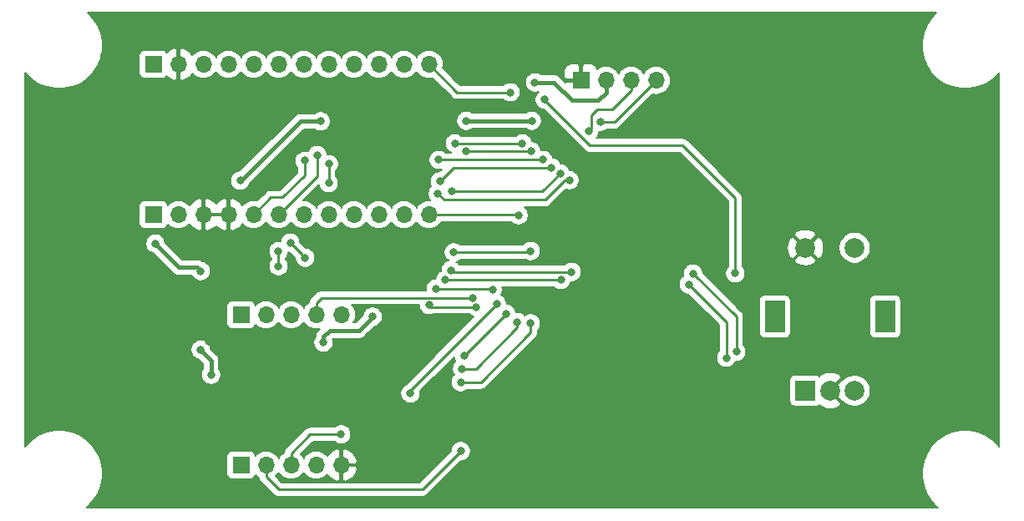
<source format=gbr>
G04 #@! TF.GenerationSoftware,KiCad,Pcbnew,(5.1.2-1)-1*
G04 #@! TF.CreationDate,2019-12-08T19:46:08-05:00*
G04 #@! TF.ProjectId,GR_AVR_Programmer,47525f41-5652-45f5-9072-6f6772616d6d,rev?*
G04 #@! TF.SameCoordinates,Original*
G04 #@! TF.FileFunction,Copper,L2,Bot*
G04 #@! TF.FilePolarity,Positive*
%FSLAX46Y46*%
G04 Gerber Fmt 4.6, Leading zero omitted, Abs format (unit mm)*
G04 Created by KiCad (PCBNEW (5.1.2-1)-1) date 2019-12-08 19:46:08*
%MOMM*%
%LPD*%
G04 APERTURE LIST*
%ADD10R,1.700000X1.700000*%
%ADD11O,1.700000X1.700000*%
%ADD12C,2.000000*%
%ADD13R,2.000000X3.200000*%
%ADD14R,2.000000X2.000000*%
%ADD15C,0.800000*%
%ADD16C,0.254000*%
%ADD17C,0.406400*%
%ADD18C,0.203200*%
G04 APERTURE END LIST*
D10*
X101600000Y-66040000D03*
D11*
X104140000Y-66040000D03*
X106680000Y-66040000D03*
X109220000Y-66040000D03*
X111760000Y-66040000D03*
X114300000Y-66040000D03*
X116840000Y-66040000D03*
X119380000Y-66040000D03*
X121920000Y-66040000D03*
X124460000Y-66040000D03*
X127000000Y-66040000D03*
X129540000Y-66040000D03*
X129540000Y-50800000D03*
X127000000Y-50800000D03*
X124460000Y-50800000D03*
X121920000Y-50800000D03*
X119380000Y-50800000D03*
X116840000Y-50800000D03*
X114300000Y-50800000D03*
X111760000Y-50800000D03*
X109220000Y-50800000D03*
X106680000Y-50800000D03*
X104140000Y-50800000D03*
D10*
X101600000Y-50800000D03*
X110490000Y-91440000D03*
D11*
X113030000Y-91440000D03*
X115570000Y-91440000D03*
X118110000Y-91440000D03*
X120650000Y-91440000D03*
X120650000Y-76200000D03*
X118110000Y-76200000D03*
X115570000Y-76200000D03*
X113030000Y-76200000D03*
D10*
X110490000Y-76200000D03*
X144947640Y-52435760D03*
D11*
X147487640Y-52435760D03*
X150027640Y-52435760D03*
X152567640Y-52435760D03*
D12*
X172700960Y-69386040D03*
X167700960Y-69386040D03*
D13*
X175800960Y-76386040D03*
X164600960Y-76386040D03*
D12*
X172700960Y-83886040D03*
X170200960Y-83886040D03*
D14*
X167700960Y-83886040D03*
D15*
X98221800Y-82052160D03*
X99161600Y-82113120D03*
X98623120Y-82829400D03*
X99898200Y-82697320D03*
X98191320Y-78948280D03*
X100548440Y-72440800D03*
X100152200Y-74437240D03*
X99446080Y-72440800D03*
X99110800Y-74457560D03*
X99593400Y-75371960D03*
X99984560Y-71526400D03*
X93223080Y-71414640D03*
X91739720Y-72898000D03*
X93248480Y-74096880D03*
X91582240Y-67035680D03*
X90357960Y-65674240D03*
X90327480Y-62905640D03*
X91506040Y-61468000D03*
X91607640Y-64343280D03*
X100959920Y-82621120D03*
X100421440Y-81076800D03*
X99984560Y-81818480D03*
X101584760Y-79949040D03*
X104861360Y-77566520D03*
X104912160Y-78506320D03*
X104932480Y-79481680D03*
X110738920Y-56261000D03*
X109067600Y-57713880D03*
X108082080Y-57713880D03*
X109748320Y-56240680D03*
X114950240Y-61010800D03*
X116250720Y-59552840D03*
X108468160Y-77327760D03*
X107233720Y-78897480D03*
X116829840Y-79938880D03*
X115249960Y-79954120D03*
X118231920Y-81031080D03*
X115478560Y-87442040D03*
X118653560Y-86629240D03*
X112603280Y-84272120D03*
X113761520Y-84236560D03*
X115011200Y-88361520D03*
X107279440Y-88468200D03*
X108371640Y-89712800D03*
X123794520Y-78978760D03*
X122692160Y-80177640D03*
X113959640Y-60949840D03*
X116713000Y-58643520D03*
X116921280Y-60563760D03*
X132176520Y-58821320D03*
X138998960Y-58821320D03*
X146898360Y-56626760D03*
X118211600Y-59979560D03*
X133275121Y-59579561D03*
X139908280Y-59623960D03*
X145770600Y-57561480D03*
X107460630Y-82284150D03*
X106400600Y-79740760D03*
X106400600Y-71775320D03*
X101808280Y-68981320D03*
X140284200Y-52644040D03*
X139979400Y-56530240D03*
X133314440Y-56530240D03*
X118567200Y-56581040D03*
X110418880Y-62590680D03*
X118836440Y-78999080D03*
X123825000Y-76372720D03*
X114289840Y-69748400D03*
X114289840Y-71272920D03*
X131185920Y-72664320D03*
X142920720Y-72664320D03*
X155869640Y-73121520D03*
X159679640Y-80553560D03*
X160695640Y-79938880D03*
X156316680Y-72009000D03*
X144002760Y-71841360D03*
X131775200Y-71678800D03*
X116997480Y-70418960D03*
X115483640Y-68874640D03*
X141107160Y-60482480D03*
X119380000Y-62844680D03*
X119385080Y-60904120D03*
X130520440Y-60482480D03*
X132049520Y-69855080D03*
X139847320Y-69728080D03*
X139847320Y-77053440D03*
X132760720Y-83037680D03*
X132760720Y-90017600D03*
X142849600Y-61854640D03*
X131892040Y-63677800D03*
X141960600Y-61250120D03*
X130667760Y-62646560D03*
X143779240Y-62555120D03*
X130423920Y-63901320D03*
X138633200Y-66106040D03*
X138475720Y-76921360D03*
X132882640Y-81676240D03*
X133101080Y-80360520D03*
X137363200Y-76098400D03*
X137795000Y-53629560D03*
X133964680Y-74462640D03*
X134329855Y-75393580D03*
X129565400Y-75214480D03*
X130235960Y-73558400D03*
X135991600Y-73654920D03*
X160588960Y-71993760D03*
X141274800Y-54381400D03*
X136428480Y-75097640D03*
X127650240Y-84160360D03*
X120634760Y-88305640D03*
D16*
X111760000Y-66040000D02*
X113512600Y-64287400D01*
X113512600Y-64287400D02*
X114711480Y-64287400D01*
X114711480Y-64287400D02*
X116921280Y-62077600D01*
X116921280Y-62077600D02*
X116921280Y-60563760D01*
X132176520Y-58821320D02*
X138998960Y-58821320D01*
X148376640Y-56626760D02*
X152567640Y-52435760D01*
X146898360Y-56626760D02*
X148376640Y-56626760D01*
X115149999Y-65190001D02*
X115160159Y-65190001D01*
X114300000Y-66040000D02*
X115149999Y-65190001D01*
X115160159Y-65190001D02*
X118211600Y-62138560D01*
X118211600Y-62138560D02*
X118211600Y-59979560D01*
X133840806Y-59579561D02*
X133844565Y-59583320D01*
X133275121Y-59579561D02*
X133840806Y-59579561D01*
X139867640Y-59583320D02*
X139908280Y-59623960D01*
X133844565Y-59583320D02*
X139867640Y-59583320D01*
X150027640Y-53451760D02*
X150027640Y-52435760D01*
X148076920Y-55402480D02*
X150027640Y-53451760D01*
X146588480Y-55402480D02*
X148076920Y-55402480D01*
X146034760Y-55956200D02*
X146588480Y-55402480D01*
X146034760Y-57297320D02*
X146034760Y-55956200D01*
X145770600Y-57561480D02*
X146034760Y-57297320D01*
D17*
X107460630Y-82284150D02*
X107460630Y-80846510D01*
X106400600Y-79786480D02*
X106400600Y-79740760D01*
X107460630Y-80846510D02*
X106400600Y-79786480D01*
X106000601Y-71375321D02*
X104156561Y-71375321D01*
X106400600Y-71775320D02*
X106000601Y-71375321D01*
X101808280Y-69027040D02*
X101808280Y-68981320D01*
X104156561Y-71375321D02*
X101808280Y-69027040D01*
X147487640Y-53637841D02*
X146657721Y-54467760D01*
X147487640Y-52435760D02*
X147487640Y-53637841D01*
X146657721Y-54467760D02*
X144033240Y-54467760D01*
X144033240Y-54467760D02*
X142209520Y-52644040D01*
X142209520Y-52644040D02*
X140284200Y-52644040D01*
X139979400Y-56530240D02*
X133314440Y-56530240D01*
X110535720Y-62590680D02*
X110418880Y-62590680D01*
X116545360Y-56581040D02*
X110535720Y-62590680D01*
X118567200Y-56581040D02*
X116545360Y-56581040D01*
X118836440Y-78433395D02*
X119474715Y-77795120D01*
X118836440Y-78999080D02*
X118836440Y-78433395D01*
X119474715Y-77795120D02*
X122478800Y-77795120D01*
X123825000Y-76448920D02*
X123825000Y-76372720D01*
X122478800Y-77795120D02*
X123825000Y-76448920D01*
D16*
X114289840Y-69748400D02*
X114289840Y-71120000D01*
X114289840Y-71120000D02*
X114289840Y-71272920D01*
X131185920Y-72664320D02*
X142920720Y-72664320D01*
X155869640Y-73121520D02*
X159679640Y-76931520D01*
X159679640Y-76931520D02*
X159679640Y-80553560D01*
X160695640Y-79938880D02*
X160695640Y-76387960D01*
X160695640Y-76387960D02*
X156316680Y-72009000D01*
X144002760Y-71841360D02*
X131937760Y-71841360D01*
X131937760Y-71841360D02*
X131775200Y-71678800D01*
X116597481Y-70018961D02*
X116597481Y-69988481D01*
X116997480Y-70418960D02*
X116597481Y-70018961D01*
X116597481Y-69988481D02*
X115483640Y-68874640D01*
X141107160Y-60482480D02*
X130520440Y-60482480D01*
X119380000Y-62278995D02*
X119385080Y-62273915D01*
X119380000Y-62844680D02*
X119380000Y-62278995D01*
X119385080Y-62273915D02*
X119385080Y-60904120D01*
X132049520Y-69855080D02*
X139720320Y-69855080D01*
X139720320Y-69855080D02*
X139847320Y-69728080D01*
X139847320Y-77053440D02*
X139847320Y-77525880D01*
X139847320Y-77525880D02*
X139847320Y-77998320D01*
X139847320Y-77998320D02*
X134807960Y-83037680D01*
X134807960Y-83037680D02*
X132760720Y-83037680D01*
X114296799Y-93908880D02*
X113030000Y-92642081D01*
X113030000Y-92642081D02*
X113030000Y-91440000D01*
X128869440Y-93908880D02*
X114296799Y-93908880D01*
X132760720Y-90017600D02*
X128869440Y-93908880D01*
X141026440Y-63677800D02*
X131892040Y-63677800D01*
X142849600Y-61854640D02*
X141026440Y-63677800D01*
X130667760Y-62641480D02*
X130667760Y-62646560D01*
X132019040Y-61290200D02*
X130667760Y-62641480D01*
X141920520Y-61290200D02*
X132019040Y-61290200D01*
X141960600Y-61250120D02*
X141920520Y-61290200D01*
X131058920Y-64536320D02*
X130423920Y-63901320D01*
X143322040Y-62555120D02*
X141340840Y-64536320D01*
X141340840Y-64536320D02*
X131058920Y-64536320D01*
X143779240Y-62555120D02*
X143322040Y-62555120D01*
X130742081Y-66040000D02*
X130752241Y-66050160D01*
X129540000Y-66040000D02*
X130742081Y-66040000D01*
X138577320Y-66050160D02*
X138633200Y-66106040D01*
X130752241Y-66050160D02*
X138577320Y-66050160D01*
X138475720Y-77487045D02*
X134286525Y-81676240D01*
X138475720Y-76921360D02*
X138475720Y-77487045D01*
X134286525Y-81676240D02*
X132882640Y-81676240D01*
X133101080Y-80360520D02*
X133501079Y-79960521D01*
X133501079Y-79960521D02*
X137363200Y-76098400D01*
X132369560Y-53629560D02*
X129540000Y-50800000D01*
X137795000Y-53629560D02*
X132369560Y-53629560D01*
X118110000Y-74997919D02*
X118645279Y-74462640D01*
X118110000Y-76200000D02*
X118110000Y-74997919D01*
X118645279Y-74462640D02*
X133964680Y-74462640D01*
X134329855Y-75393580D02*
X129744500Y-75393580D01*
X129744500Y-75393580D02*
X129565400Y-75214480D01*
X130235960Y-73558400D02*
X135895080Y-73558400D01*
X135895080Y-73558400D02*
X135991600Y-73654920D01*
X141274800Y-54442360D02*
X141274800Y-54381400D01*
X145846800Y-59014360D02*
X141274800Y-54442360D01*
X155244800Y-59014360D02*
X145846800Y-59014360D01*
X160588960Y-64358520D02*
X155244800Y-59014360D01*
X160588960Y-71993760D02*
X160588960Y-64358520D01*
X136428480Y-75097640D02*
X127650240Y-83875880D01*
X127650240Y-83875880D02*
X127650240Y-84160360D01*
X115570000Y-90237919D02*
X117502279Y-88305640D01*
X115570000Y-91440000D02*
X115570000Y-90237919D01*
X117502279Y-88305640D02*
X120634760Y-88305640D01*
D18*
G36*
X180484822Y-46095518D02*
G01*
X180004215Y-46814797D01*
X179673167Y-47614018D01*
X179504400Y-48462465D01*
X179504400Y-49327535D01*
X179673167Y-50175982D01*
X180004215Y-50975203D01*
X180484822Y-51694482D01*
X181096518Y-52306178D01*
X181815797Y-52786785D01*
X182615018Y-53117833D01*
X183463465Y-53286600D01*
X184328535Y-53286600D01*
X185176982Y-53117833D01*
X185976203Y-52786785D01*
X186695482Y-52306178D01*
X187307178Y-51694482D01*
X187337700Y-51648803D01*
X187337701Y-89546199D01*
X187307178Y-89500518D01*
X186695482Y-88888822D01*
X185976203Y-88408215D01*
X185176982Y-88077167D01*
X184328535Y-87908400D01*
X183463465Y-87908400D01*
X182615018Y-88077167D01*
X181815797Y-88408215D01*
X181096518Y-88888822D01*
X180484822Y-89500518D01*
X180004215Y-90219797D01*
X179673167Y-91019018D01*
X179504400Y-91867465D01*
X179504400Y-92732535D01*
X179673167Y-93580982D01*
X180004215Y-94380203D01*
X180484822Y-95099482D01*
X181096518Y-95711178D01*
X181142197Y-95741700D01*
X94828803Y-95741700D01*
X94874482Y-95711178D01*
X95486178Y-95099482D01*
X95966785Y-94380203D01*
X96297833Y-93580982D01*
X96466600Y-92732535D01*
X96466600Y-91867465D01*
X96297833Y-91019018D01*
X96120129Y-90590000D01*
X109027451Y-90590000D01*
X109027451Y-92290000D01*
X109039221Y-92409502D01*
X109074079Y-92524412D01*
X109130684Y-92630314D01*
X109206862Y-92723138D01*
X109299686Y-92799316D01*
X109405588Y-92855921D01*
X109520498Y-92890779D01*
X109640000Y-92902549D01*
X111340000Y-92902549D01*
X111459502Y-92890779D01*
X111574412Y-92855921D01*
X111680314Y-92799316D01*
X111773138Y-92723138D01*
X111849316Y-92630314D01*
X111905921Y-92524412D01*
X111939880Y-92412466D01*
X111992913Y-92477087D01*
X112215166Y-92659485D01*
X112295795Y-92702582D01*
X112304058Y-92786479D01*
X112346178Y-92925329D01*
X112354092Y-92940135D01*
X112414576Y-93053293D01*
X112461168Y-93110065D01*
X112506625Y-93165455D01*
X112534732Y-93188522D01*
X113750353Y-94404143D01*
X113773424Y-94432255D01*
X113885586Y-94524304D01*
X114013550Y-94592702D01*
X114152400Y-94634822D01*
X114260613Y-94645480D01*
X114260622Y-94645480D01*
X114296798Y-94649043D01*
X114332974Y-94645480D01*
X128833257Y-94645480D01*
X128869440Y-94649044D01*
X128905623Y-94645480D01*
X128905626Y-94645480D01*
X129013839Y-94634822D01*
X129152689Y-94592702D01*
X129280653Y-94524304D01*
X129392815Y-94432255D01*
X129415886Y-94404143D01*
X132792830Y-91027200D01*
X132860157Y-91027200D01*
X133055209Y-90988402D01*
X133238945Y-90912296D01*
X133404302Y-90801808D01*
X133544928Y-90661182D01*
X133655416Y-90495825D01*
X133731522Y-90312089D01*
X133770320Y-90117037D01*
X133770320Y-89918163D01*
X133731522Y-89723111D01*
X133655416Y-89539375D01*
X133544928Y-89374018D01*
X133404302Y-89233392D01*
X133238945Y-89122904D01*
X133055209Y-89046798D01*
X132860157Y-89008000D01*
X132661283Y-89008000D01*
X132466231Y-89046798D01*
X132282495Y-89122904D01*
X132117138Y-89233392D01*
X131976512Y-89374018D01*
X131866024Y-89539375D01*
X131789918Y-89723111D01*
X131751120Y-89918163D01*
X131751120Y-89985490D01*
X128564331Y-93172280D01*
X114601908Y-93172280D01*
X113979003Y-92549375D01*
X114067087Y-92477087D01*
X114249485Y-92254834D01*
X114300000Y-92160327D01*
X114350515Y-92254834D01*
X114532913Y-92477087D01*
X114755166Y-92659485D01*
X115008733Y-92795019D01*
X115283868Y-92878481D01*
X115498297Y-92899600D01*
X115641703Y-92899600D01*
X115856132Y-92878481D01*
X116131267Y-92795019D01*
X116384834Y-92659485D01*
X116607087Y-92477087D01*
X116789485Y-92254834D01*
X116840000Y-92160327D01*
X116890515Y-92254834D01*
X117072913Y-92477087D01*
X117295166Y-92659485D01*
X117548733Y-92795019D01*
X117823868Y-92878481D01*
X118038297Y-92899600D01*
X118181703Y-92899600D01*
X118396132Y-92878481D01*
X118671267Y-92795019D01*
X118924834Y-92659485D01*
X119147087Y-92477087D01*
X119223884Y-92383509D01*
X119244569Y-92420408D01*
X119462842Y-92675756D01*
X119726737Y-92883614D01*
X120026112Y-93035995D01*
X120282056Y-93113631D01*
X120548400Y-92934250D01*
X120548400Y-91541600D01*
X120751600Y-91541600D01*
X120751600Y-92934250D01*
X121017944Y-93113631D01*
X121273888Y-93035995D01*
X121573263Y-92883614D01*
X121837158Y-92675756D01*
X122055431Y-92420408D01*
X122219694Y-92127384D01*
X122323635Y-91807944D01*
X122144689Y-91541600D01*
X120751600Y-91541600D01*
X120548400Y-91541600D01*
X120528400Y-91541600D01*
X120528400Y-91338400D01*
X120548400Y-91338400D01*
X120548400Y-89945750D01*
X120751600Y-89945750D01*
X120751600Y-91338400D01*
X122144689Y-91338400D01*
X122323635Y-91072056D01*
X122219694Y-90752616D01*
X122055431Y-90459592D01*
X121837158Y-90204244D01*
X121573263Y-89996386D01*
X121273888Y-89844005D01*
X121017944Y-89766369D01*
X120751600Y-89945750D01*
X120548400Y-89945750D01*
X120282056Y-89766369D01*
X120026112Y-89844005D01*
X119726737Y-89996386D01*
X119462842Y-90204244D01*
X119244569Y-90459592D01*
X119223884Y-90496491D01*
X119147087Y-90402913D01*
X118924834Y-90220515D01*
X118671267Y-90084981D01*
X118396132Y-90001519D01*
X118181703Y-89980400D01*
X118038297Y-89980400D01*
X117823868Y-90001519D01*
X117548733Y-90084981D01*
X117295166Y-90220515D01*
X117072913Y-90402913D01*
X116890515Y-90625166D01*
X116840000Y-90719673D01*
X116789485Y-90625166D01*
X116607087Y-90402913D01*
X116519003Y-90330625D01*
X117807389Y-89042240D01*
X119943570Y-89042240D01*
X119991178Y-89089848D01*
X120156535Y-89200336D01*
X120340271Y-89276442D01*
X120535323Y-89315240D01*
X120734197Y-89315240D01*
X120929249Y-89276442D01*
X121112985Y-89200336D01*
X121278342Y-89089848D01*
X121418968Y-88949222D01*
X121529456Y-88783865D01*
X121605562Y-88600129D01*
X121644360Y-88405077D01*
X121644360Y-88206203D01*
X121605562Y-88011151D01*
X121529456Y-87827415D01*
X121418968Y-87662058D01*
X121278342Y-87521432D01*
X121112985Y-87410944D01*
X120929249Y-87334838D01*
X120734197Y-87296040D01*
X120535323Y-87296040D01*
X120340271Y-87334838D01*
X120156535Y-87410944D01*
X119991178Y-87521432D01*
X119943570Y-87569040D01*
X117538454Y-87569040D01*
X117502278Y-87565477D01*
X117466102Y-87569040D01*
X117466093Y-87569040D01*
X117357880Y-87579698D01*
X117219030Y-87621818D01*
X117091066Y-87690216D01*
X116978904Y-87782265D01*
X116955838Y-87810371D01*
X115074732Y-89691478D01*
X115046626Y-89714544D01*
X115023560Y-89742650D01*
X115023558Y-89742652D01*
X114954576Y-89826707D01*
X114929725Y-89873201D01*
X114886179Y-89954670D01*
X114846650Y-90084981D01*
X114844059Y-90093521D01*
X114835795Y-90177418D01*
X114755166Y-90220515D01*
X114532913Y-90402913D01*
X114350515Y-90625166D01*
X114300000Y-90719673D01*
X114249485Y-90625166D01*
X114067087Y-90402913D01*
X113844834Y-90220515D01*
X113591267Y-90084981D01*
X113316132Y-90001519D01*
X113101703Y-89980400D01*
X112958297Y-89980400D01*
X112743868Y-90001519D01*
X112468733Y-90084981D01*
X112215166Y-90220515D01*
X111992913Y-90402913D01*
X111939880Y-90467534D01*
X111905921Y-90355588D01*
X111849316Y-90249686D01*
X111773138Y-90156862D01*
X111680314Y-90080684D01*
X111574412Y-90024079D01*
X111459502Y-89989221D01*
X111340000Y-89977451D01*
X109640000Y-89977451D01*
X109520498Y-89989221D01*
X109405588Y-90024079D01*
X109299686Y-90080684D01*
X109206862Y-90156862D01*
X109130684Y-90249686D01*
X109074079Y-90355588D01*
X109039221Y-90470498D01*
X109027451Y-90590000D01*
X96120129Y-90590000D01*
X95966785Y-90219797D01*
X95486178Y-89500518D01*
X94874482Y-88888822D01*
X94155203Y-88408215D01*
X93355982Y-88077167D01*
X92507535Y-87908400D01*
X91642465Y-87908400D01*
X90794018Y-88077167D01*
X89994797Y-88408215D01*
X89275518Y-88888822D01*
X88663822Y-89500518D01*
X88633300Y-89546197D01*
X88633300Y-79641323D01*
X105391000Y-79641323D01*
X105391000Y-79840197D01*
X105429798Y-80035249D01*
X105505904Y-80218985D01*
X105616392Y-80384342D01*
X105757018Y-80524968D01*
X105922375Y-80635456D01*
X106106111Y-80711562D01*
X106193615Y-80728968D01*
X106647831Y-81183184D01*
X106647830Y-81683358D01*
X106565934Y-81805925D01*
X106489828Y-81989661D01*
X106451030Y-82184713D01*
X106451030Y-82383587D01*
X106489828Y-82578639D01*
X106565934Y-82762375D01*
X106676422Y-82927732D01*
X106817048Y-83068358D01*
X106982405Y-83178846D01*
X107166141Y-83254952D01*
X107361193Y-83293750D01*
X107560067Y-83293750D01*
X107755119Y-83254952D01*
X107938855Y-83178846D01*
X108104212Y-83068358D01*
X108244838Y-82927732D01*
X108355326Y-82762375D01*
X108431432Y-82578639D01*
X108470230Y-82383587D01*
X108470230Y-82184713D01*
X108431432Y-81989661D01*
X108355326Y-81805925D01*
X108273430Y-81683359D01*
X108273430Y-80886430D01*
X108277362Y-80846510D01*
X108273430Y-80806587D01*
X108261669Y-80687173D01*
X108215192Y-80533960D01*
X108139718Y-80392758D01*
X108038147Y-80268993D01*
X108007136Y-80243543D01*
X107410200Y-79646608D01*
X107410200Y-79641323D01*
X107371402Y-79446271D01*
X107295296Y-79262535D01*
X107184808Y-79097178D01*
X107044182Y-78956552D01*
X106878825Y-78846064D01*
X106695089Y-78769958D01*
X106500037Y-78731160D01*
X106301163Y-78731160D01*
X106106111Y-78769958D01*
X105922375Y-78846064D01*
X105757018Y-78956552D01*
X105616392Y-79097178D01*
X105505904Y-79262535D01*
X105429798Y-79446271D01*
X105391000Y-79641323D01*
X88633300Y-79641323D01*
X88633300Y-75350000D01*
X109027451Y-75350000D01*
X109027451Y-77050000D01*
X109039221Y-77169502D01*
X109074079Y-77284412D01*
X109130684Y-77390314D01*
X109206862Y-77483138D01*
X109299686Y-77559316D01*
X109405588Y-77615921D01*
X109520498Y-77650779D01*
X109640000Y-77662549D01*
X111340000Y-77662549D01*
X111459502Y-77650779D01*
X111574412Y-77615921D01*
X111680314Y-77559316D01*
X111773138Y-77483138D01*
X111849316Y-77390314D01*
X111905921Y-77284412D01*
X111939880Y-77172466D01*
X111992913Y-77237087D01*
X112215166Y-77419485D01*
X112468733Y-77555019D01*
X112743868Y-77638481D01*
X112958297Y-77659600D01*
X113101703Y-77659600D01*
X113316132Y-77638481D01*
X113591267Y-77555019D01*
X113844834Y-77419485D01*
X114067087Y-77237087D01*
X114249485Y-77014834D01*
X114300000Y-76920327D01*
X114350515Y-77014834D01*
X114532913Y-77237087D01*
X114755166Y-77419485D01*
X115008733Y-77555019D01*
X115283868Y-77638481D01*
X115498297Y-77659600D01*
X115641703Y-77659600D01*
X115856132Y-77638481D01*
X116131267Y-77555019D01*
X116384834Y-77419485D01*
X116607087Y-77237087D01*
X116789485Y-77014834D01*
X116840000Y-76920327D01*
X116890515Y-77014834D01*
X117072913Y-77237087D01*
X117295166Y-77419485D01*
X117548733Y-77555019D01*
X117823868Y-77638481D01*
X118038297Y-77659600D01*
X118181703Y-77659600D01*
X118396132Y-77638481D01*
X118519220Y-77601142D01*
X118289935Y-77830428D01*
X118258924Y-77855878D01*
X118233474Y-77886889D01*
X118157352Y-77979644D01*
X118152095Y-77989480D01*
X118081878Y-78120845D01*
X118035401Y-78274058D01*
X118025692Y-78372637D01*
X118023084Y-78399121D01*
X117941744Y-78520855D01*
X117865638Y-78704591D01*
X117826840Y-78899643D01*
X117826840Y-79098517D01*
X117865638Y-79293569D01*
X117941744Y-79477305D01*
X118052232Y-79642662D01*
X118192858Y-79783288D01*
X118358215Y-79893776D01*
X118541951Y-79969882D01*
X118737003Y-80008680D01*
X118935877Y-80008680D01*
X119130929Y-79969882D01*
X119314665Y-79893776D01*
X119480022Y-79783288D01*
X119620648Y-79642662D01*
X119731136Y-79477305D01*
X119807242Y-79293569D01*
X119846040Y-79098517D01*
X119846040Y-78899643D01*
X119807242Y-78704591D01*
X119780142Y-78639166D01*
X119811388Y-78607920D01*
X122438880Y-78607920D01*
X122478800Y-78611852D01*
X122518720Y-78607920D01*
X122518723Y-78607920D01*
X122638137Y-78596159D01*
X122791350Y-78549682D01*
X122932552Y-78474208D01*
X123056317Y-78372637D01*
X123081771Y-78341621D01*
X124070033Y-77353359D01*
X124119489Y-77343522D01*
X124303225Y-77267416D01*
X124468582Y-77156928D01*
X124609208Y-77016302D01*
X124719696Y-76850945D01*
X124795802Y-76667209D01*
X124834600Y-76472157D01*
X124834600Y-76273283D01*
X124795802Y-76078231D01*
X124719696Y-75894495D01*
X124609208Y-75729138D01*
X124468582Y-75588512D01*
X124303225Y-75478024D01*
X124119489Y-75401918D01*
X123924437Y-75363120D01*
X123725563Y-75363120D01*
X123530511Y-75401918D01*
X123346775Y-75478024D01*
X123181418Y-75588512D01*
X123040792Y-75729138D01*
X122930304Y-75894495D01*
X122854198Y-76078231D01*
X122815400Y-76273283D01*
X122815400Y-76309047D01*
X122142128Y-76982320D01*
X121886864Y-76982320D01*
X122005019Y-76761267D01*
X122088481Y-76486132D01*
X122116662Y-76200000D01*
X122088481Y-75913868D01*
X122005019Y-75638733D01*
X121869485Y-75385166D01*
X121716900Y-75199240D01*
X128555800Y-75199240D01*
X128555800Y-75313917D01*
X128594598Y-75508969D01*
X128670704Y-75692705D01*
X128781192Y-75858062D01*
X128921818Y-75998688D01*
X129087175Y-76109176D01*
X129270911Y-76185282D01*
X129465963Y-76224080D01*
X129664837Y-76224080D01*
X129859889Y-76185282D01*
X129992917Y-76130180D01*
X133638665Y-76130180D01*
X133686273Y-76177788D01*
X133851630Y-76288276D01*
X134035366Y-76364382D01*
X134105982Y-76378428D01*
X127251792Y-83232619D01*
X127172015Y-83265664D01*
X127006658Y-83376152D01*
X126866032Y-83516778D01*
X126755544Y-83682135D01*
X126679438Y-83865871D01*
X126640640Y-84060923D01*
X126640640Y-84259797D01*
X126679438Y-84454849D01*
X126755544Y-84638585D01*
X126866032Y-84803942D01*
X127006658Y-84944568D01*
X127172015Y-85055056D01*
X127355751Y-85131162D01*
X127550803Y-85169960D01*
X127749677Y-85169960D01*
X127944729Y-85131162D01*
X128128465Y-85055056D01*
X128293822Y-84944568D01*
X128434448Y-84803942D01*
X128544936Y-84638585D01*
X128621042Y-84454849D01*
X128659840Y-84259797D01*
X128659840Y-84060923D01*
X128634467Y-83933362D01*
X132094200Y-80473630D01*
X132130278Y-80655009D01*
X132206384Y-80838745D01*
X132241084Y-80890678D01*
X132239058Y-80892032D01*
X132098432Y-81032658D01*
X131987944Y-81198015D01*
X131911838Y-81381751D01*
X131873040Y-81576803D01*
X131873040Y-81775677D01*
X131911838Y-81970729D01*
X131987944Y-82154465D01*
X132079348Y-82291262D01*
X131976512Y-82394098D01*
X131866024Y-82559455D01*
X131789918Y-82743191D01*
X131751120Y-82938243D01*
X131751120Y-83137117D01*
X131789918Y-83332169D01*
X131866024Y-83515905D01*
X131976512Y-83681262D01*
X132117138Y-83821888D01*
X132282495Y-83932376D01*
X132466231Y-84008482D01*
X132661283Y-84047280D01*
X132860157Y-84047280D01*
X133055209Y-84008482D01*
X133238945Y-83932376D01*
X133404302Y-83821888D01*
X133451910Y-83774280D01*
X134771777Y-83774280D01*
X134807960Y-83777844D01*
X134844143Y-83774280D01*
X134844146Y-83774280D01*
X134952359Y-83763622D01*
X135091209Y-83721502D01*
X135219173Y-83653104D01*
X135331335Y-83561055D01*
X135354406Y-83532943D01*
X136001309Y-82886040D01*
X166088411Y-82886040D01*
X166088411Y-84886040D01*
X166100181Y-85005542D01*
X166135039Y-85120452D01*
X166191644Y-85226354D01*
X166267822Y-85319178D01*
X166360646Y-85395356D01*
X166466548Y-85451961D01*
X166581458Y-85486819D01*
X166700960Y-85498589D01*
X168700960Y-85498589D01*
X168820462Y-85486819D01*
X168935372Y-85451961D01*
X169041274Y-85395356D01*
X169134098Y-85319178D01*
X169146529Y-85304031D01*
X169184081Y-85458507D01*
X169510393Y-85626676D01*
X169863244Y-85727953D01*
X170229072Y-85758447D01*
X170593821Y-85716985D01*
X170943472Y-85605161D01*
X171217839Y-85458507D01*
X171298389Y-85127153D01*
X170200960Y-84029724D01*
X170186818Y-84043867D01*
X170043134Y-83900183D01*
X170057276Y-83886040D01*
X170344644Y-83886040D01*
X171442073Y-84983469D01*
X171506427Y-84967825D01*
X171674900Y-85136298D01*
X171938529Y-85312449D01*
X172231457Y-85433784D01*
X172542428Y-85495640D01*
X172859492Y-85495640D01*
X173170463Y-85433784D01*
X173463391Y-85312449D01*
X173727020Y-85136298D01*
X173951218Y-84912100D01*
X174127369Y-84648471D01*
X174248704Y-84355543D01*
X174310560Y-84044572D01*
X174310560Y-83727508D01*
X174248704Y-83416537D01*
X174127369Y-83123609D01*
X173951218Y-82859980D01*
X173727020Y-82635782D01*
X173463391Y-82459631D01*
X173170463Y-82338296D01*
X172859492Y-82276440D01*
X172542428Y-82276440D01*
X172231457Y-82338296D01*
X171938529Y-82459631D01*
X171674900Y-82635782D01*
X171506427Y-82804255D01*
X171442073Y-82788611D01*
X170344644Y-83886040D01*
X170057276Y-83886040D01*
X170043134Y-83871898D01*
X170186818Y-83728214D01*
X170200960Y-83742356D01*
X171298389Y-82644927D01*
X171217839Y-82313573D01*
X170891527Y-82145404D01*
X170538676Y-82044127D01*
X170172848Y-82013633D01*
X169808099Y-82055095D01*
X169458448Y-82166919D01*
X169184081Y-82313573D01*
X169146529Y-82468049D01*
X169134098Y-82452902D01*
X169041274Y-82376724D01*
X168935372Y-82320119D01*
X168820462Y-82285261D01*
X168700960Y-82273491D01*
X166700960Y-82273491D01*
X166581458Y-82285261D01*
X166466548Y-82320119D01*
X166360646Y-82376724D01*
X166267822Y-82452902D01*
X166191644Y-82545726D01*
X166135039Y-82651628D01*
X166100181Y-82766538D01*
X166088411Y-82886040D01*
X136001309Y-82886040D01*
X140342589Y-78544761D01*
X140370695Y-78521695D01*
X140462744Y-78409533D01*
X140531142Y-78281569D01*
X140573262Y-78142719D01*
X140583920Y-78034505D01*
X140583920Y-78034497D01*
X140587483Y-77998321D01*
X140583920Y-77962145D01*
X140583920Y-77744630D01*
X140631528Y-77697022D01*
X140742016Y-77531665D01*
X140818122Y-77347929D01*
X140856920Y-77152877D01*
X140856920Y-76954003D01*
X140818122Y-76758951D01*
X140742016Y-76575215D01*
X140631528Y-76409858D01*
X140490902Y-76269232D01*
X140325545Y-76158744D01*
X140141809Y-76082638D01*
X139946757Y-76043840D01*
X139747883Y-76043840D01*
X139552831Y-76082638D01*
X139369095Y-76158744D01*
X139232298Y-76250148D01*
X139119302Y-76137152D01*
X138953945Y-76026664D01*
X138770209Y-75950558D01*
X138575157Y-75911760D01*
X138376283Y-75911760D01*
X138356247Y-75915745D01*
X138334002Y-75803911D01*
X138257896Y-75620175D01*
X138147408Y-75454818D01*
X138006782Y-75314192D01*
X137841425Y-75203704D01*
X137657689Y-75127598D01*
X137462637Y-75088800D01*
X137438080Y-75088800D01*
X137438080Y-74998203D01*
X137399282Y-74803151D01*
X137323176Y-74619415D01*
X137212688Y-74454058D01*
X137072062Y-74313432D01*
X136906705Y-74202944D01*
X136854192Y-74181192D01*
X136886296Y-74133145D01*
X136962402Y-73949409D01*
X137001200Y-73754357D01*
X137001200Y-73555483D01*
X136970456Y-73400920D01*
X142229530Y-73400920D01*
X142277138Y-73448528D01*
X142442495Y-73559016D01*
X142626231Y-73635122D01*
X142821283Y-73673920D01*
X143020157Y-73673920D01*
X143215209Y-73635122D01*
X143398945Y-73559016D01*
X143564302Y-73448528D01*
X143704928Y-73307902D01*
X143815416Y-73142545D01*
X143865313Y-73022083D01*
X154860040Y-73022083D01*
X154860040Y-73220957D01*
X154898838Y-73416009D01*
X154974944Y-73599745D01*
X155085432Y-73765102D01*
X155226058Y-73905728D01*
X155391415Y-74016216D01*
X155575151Y-74092322D01*
X155770203Y-74131120D01*
X155837531Y-74131120D01*
X158943040Y-77236630D01*
X158943041Y-79862369D01*
X158895432Y-79909978D01*
X158784944Y-80075335D01*
X158708838Y-80259071D01*
X158670040Y-80454123D01*
X158670040Y-80652997D01*
X158708838Y-80848049D01*
X158784944Y-81031785D01*
X158895432Y-81197142D01*
X159036058Y-81337768D01*
X159201415Y-81448256D01*
X159385151Y-81524362D01*
X159580203Y-81563160D01*
X159779077Y-81563160D01*
X159974129Y-81524362D01*
X160157865Y-81448256D01*
X160323222Y-81337768D01*
X160463848Y-81197142D01*
X160574336Y-81031785D01*
X160608842Y-80948480D01*
X160795077Y-80948480D01*
X160990129Y-80909682D01*
X161173865Y-80833576D01*
X161339222Y-80723088D01*
X161479848Y-80582462D01*
X161590336Y-80417105D01*
X161666442Y-80233369D01*
X161705240Y-80038317D01*
X161705240Y-79839443D01*
X161666442Y-79644391D01*
X161590336Y-79460655D01*
X161479848Y-79295298D01*
X161432240Y-79247690D01*
X161432240Y-76424146D01*
X161435804Y-76387960D01*
X161421582Y-76243561D01*
X161412428Y-76213384D01*
X161379462Y-76104711D01*
X161311064Y-75976747D01*
X161219015Y-75864585D01*
X161190909Y-75841519D01*
X160135430Y-74786040D01*
X162988411Y-74786040D01*
X162988411Y-77986040D01*
X163000181Y-78105542D01*
X163035039Y-78220452D01*
X163091644Y-78326354D01*
X163167822Y-78419178D01*
X163260646Y-78495356D01*
X163366548Y-78551961D01*
X163481458Y-78586819D01*
X163600960Y-78598589D01*
X165600960Y-78598589D01*
X165720462Y-78586819D01*
X165835372Y-78551961D01*
X165941274Y-78495356D01*
X166034098Y-78419178D01*
X166110276Y-78326354D01*
X166166881Y-78220452D01*
X166201739Y-78105542D01*
X166213509Y-77986040D01*
X166213509Y-74786040D01*
X174188411Y-74786040D01*
X174188411Y-77986040D01*
X174200181Y-78105542D01*
X174235039Y-78220452D01*
X174291644Y-78326354D01*
X174367822Y-78419178D01*
X174460646Y-78495356D01*
X174566548Y-78551961D01*
X174681458Y-78586819D01*
X174800960Y-78598589D01*
X176800960Y-78598589D01*
X176920462Y-78586819D01*
X177035372Y-78551961D01*
X177141274Y-78495356D01*
X177234098Y-78419178D01*
X177310276Y-78326354D01*
X177366881Y-78220452D01*
X177401739Y-78105542D01*
X177413509Y-77986040D01*
X177413509Y-74786040D01*
X177401739Y-74666538D01*
X177366881Y-74551628D01*
X177310276Y-74445726D01*
X177234098Y-74352902D01*
X177141274Y-74276724D01*
X177035372Y-74220119D01*
X176920462Y-74185261D01*
X176800960Y-74173491D01*
X174800960Y-74173491D01*
X174681458Y-74185261D01*
X174566548Y-74220119D01*
X174460646Y-74276724D01*
X174367822Y-74352902D01*
X174291644Y-74445726D01*
X174235039Y-74551628D01*
X174200181Y-74666538D01*
X174188411Y-74786040D01*
X166213509Y-74786040D01*
X166201739Y-74666538D01*
X166166881Y-74551628D01*
X166110276Y-74445726D01*
X166034098Y-74352902D01*
X165941274Y-74276724D01*
X165835372Y-74220119D01*
X165720462Y-74185261D01*
X165600960Y-74173491D01*
X163600960Y-74173491D01*
X163481458Y-74185261D01*
X163366548Y-74220119D01*
X163260646Y-74276724D01*
X163167822Y-74352902D01*
X163091644Y-74445726D01*
X163035039Y-74551628D01*
X163000181Y-74666538D01*
X162988411Y-74786040D01*
X160135430Y-74786040D01*
X157326280Y-71976891D01*
X157326280Y-71909563D01*
X157287482Y-71714511D01*
X157211376Y-71530775D01*
X157100888Y-71365418D01*
X156960262Y-71224792D01*
X156794905Y-71114304D01*
X156611169Y-71038198D01*
X156416117Y-70999400D01*
X156217243Y-70999400D01*
X156022191Y-71038198D01*
X155838455Y-71114304D01*
X155673098Y-71224792D01*
X155532472Y-71365418D01*
X155421984Y-71530775D01*
X155345878Y-71714511D01*
X155307080Y-71909563D01*
X155307080Y-72108437D01*
X155337760Y-72262675D01*
X155226058Y-72337312D01*
X155085432Y-72477938D01*
X154974944Y-72643295D01*
X154898838Y-72827031D01*
X154860040Y-73022083D01*
X143865313Y-73022083D01*
X143891522Y-72958809D01*
X143912974Y-72850960D01*
X144102197Y-72850960D01*
X144297249Y-72812162D01*
X144480985Y-72736056D01*
X144646342Y-72625568D01*
X144786968Y-72484942D01*
X144897456Y-72319585D01*
X144973562Y-72135849D01*
X145012360Y-71940797D01*
X145012360Y-71741923D01*
X144973562Y-71546871D01*
X144897456Y-71363135D01*
X144786968Y-71197778D01*
X144646342Y-71057152D01*
X144480985Y-70946664D01*
X144297249Y-70870558D01*
X144102197Y-70831760D01*
X143903323Y-70831760D01*
X143708271Y-70870558D01*
X143524535Y-70946664D01*
X143359178Y-71057152D01*
X143311570Y-71104760D01*
X132605874Y-71104760D01*
X132559408Y-71035218D01*
X132418782Y-70894592D01*
X132322387Y-70830183D01*
X132344009Y-70825882D01*
X132527745Y-70749776D01*
X132693102Y-70639288D01*
X132740710Y-70591680D01*
X139322557Y-70591680D01*
X139369095Y-70622776D01*
X139552831Y-70698882D01*
X139747883Y-70737680D01*
X139946757Y-70737680D01*
X140141809Y-70698882D01*
X140325545Y-70622776D01*
X140490902Y-70512288D01*
X140631528Y-70371662D01*
X140742016Y-70206305D01*
X140818122Y-70022569D01*
X140856920Y-69827517D01*
X140856920Y-69628643D01*
X140818122Y-69433591D01*
X140742016Y-69249855D01*
X140631528Y-69084498D01*
X140490902Y-68943872D01*
X140325545Y-68833384D01*
X140141809Y-68757278D01*
X139946757Y-68718480D01*
X139747883Y-68718480D01*
X139552831Y-68757278D01*
X139369095Y-68833384D01*
X139203738Y-68943872D01*
X139063112Y-69084498D01*
X139040406Y-69118480D01*
X132740710Y-69118480D01*
X132693102Y-69070872D01*
X132527745Y-68960384D01*
X132344009Y-68884278D01*
X132148957Y-68845480D01*
X131950083Y-68845480D01*
X131755031Y-68884278D01*
X131571295Y-68960384D01*
X131405938Y-69070872D01*
X131265312Y-69211498D01*
X131154824Y-69376855D01*
X131078718Y-69560591D01*
X131039920Y-69755643D01*
X131039920Y-69954517D01*
X131078718Y-70149569D01*
X131154824Y-70333305D01*
X131265312Y-70498662D01*
X131405938Y-70639288D01*
X131502333Y-70703697D01*
X131480711Y-70707998D01*
X131296975Y-70784104D01*
X131131618Y-70894592D01*
X130990992Y-71035218D01*
X130880504Y-71200575D01*
X130804398Y-71384311D01*
X130765600Y-71579363D01*
X130765600Y-71745639D01*
X130707695Y-71769624D01*
X130542338Y-71880112D01*
X130401712Y-72020738D01*
X130291224Y-72186095D01*
X130215118Y-72369831D01*
X130179519Y-72548800D01*
X130136523Y-72548800D01*
X129941471Y-72587598D01*
X129757735Y-72663704D01*
X129592378Y-72774192D01*
X129451752Y-72914818D01*
X129341264Y-73080175D01*
X129265158Y-73263911D01*
X129226360Y-73458963D01*
X129226360Y-73657837D01*
X129239926Y-73726040D01*
X118681465Y-73726040D01*
X118645279Y-73722476D01*
X118609093Y-73726040D01*
X118500880Y-73736698D01*
X118362030Y-73778818D01*
X118234066Y-73847216D01*
X118121904Y-73939265D01*
X118098838Y-73967372D01*
X117614732Y-74451478D01*
X117586626Y-74474544D01*
X117563560Y-74502650D01*
X117563558Y-74502652D01*
X117494576Y-74586707D01*
X117457015Y-74656980D01*
X117426179Y-74714670D01*
X117386650Y-74844981D01*
X117384059Y-74853521D01*
X117375795Y-74937418D01*
X117295166Y-74980515D01*
X117072913Y-75162913D01*
X116890515Y-75385166D01*
X116840000Y-75479673D01*
X116789485Y-75385166D01*
X116607087Y-75162913D01*
X116384834Y-74980515D01*
X116131267Y-74844981D01*
X115856132Y-74761519D01*
X115641703Y-74740400D01*
X115498297Y-74740400D01*
X115283868Y-74761519D01*
X115008733Y-74844981D01*
X114755166Y-74980515D01*
X114532913Y-75162913D01*
X114350515Y-75385166D01*
X114300000Y-75479673D01*
X114249485Y-75385166D01*
X114067087Y-75162913D01*
X113844834Y-74980515D01*
X113591267Y-74844981D01*
X113316132Y-74761519D01*
X113101703Y-74740400D01*
X112958297Y-74740400D01*
X112743868Y-74761519D01*
X112468733Y-74844981D01*
X112215166Y-74980515D01*
X111992913Y-75162913D01*
X111939880Y-75227534D01*
X111905921Y-75115588D01*
X111849316Y-75009686D01*
X111773138Y-74916862D01*
X111680314Y-74840684D01*
X111574412Y-74784079D01*
X111459502Y-74749221D01*
X111340000Y-74737451D01*
X109640000Y-74737451D01*
X109520498Y-74749221D01*
X109405588Y-74784079D01*
X109299686Y-74840684D01*
X109206862Y-74916862D01*
X109130684Y-75009686D01*
X109074079Y-75115588D01*
X109039221Y-75230498D01*
X109027451Y-75350000D01*
X88633300Y-75350000D01*
X88633300Y-68881883D01*
X100798680Y-68881883D01*
X100798680Y-69080757D01*
X100837478Y-69275809D01*
X100913584Y-69459545D01*
X101024072Y-69624902D01*
X101164698Y-69765528D01*
X101330055Y-69876016D01*
X101513791Y-69952122D01*
X101601295Y-69969528D01*
X103553594Y-71921827D01*
X103579044Y-71952838D01*
X103702809Y-72054409D01*
X103844011Y-72129883D01*
X103997224Y-72176360D01*
X104116638Y-72188121D01*
X104116640Y-72188121D01*
X104156561Y-72192053D01*
X104196481Y-72188121D01*
X105478804Y-72188121D01*
X105505904Y-72253545D01*
X105616392Y-72418902D01*
X105757018Y-72559528D01*
X105922375Y-72670016D01*
X106106111Y-72746122D01*
X106301163Y-72784920D01*
X106500037Y-72784920D01*
X106695089Y-72746122D01*
X106878825Y-72670016D01*
X107044182Y-72559528D01*
X107184808Y-72418902D01*
X107295296Y-72253545D01*
X107371402Y-72069809D01*
X107410200Y-71874757D01*
X107410200Y-71675883D01*
X107371402Y-71480831D01*
X107295296Y-71297095D01*
X107184808Y-71131738D01*
X107044182Y-70991112D01*
X106878825Y-70880624D01*
X106695089Y-70804518D01*
X106551496Y-70775956D01*
X106454353Y-70696233D01*
X106313151Y-70620759D01*
X106159938Y-70574282D01*
X106040524Y-70562521D01*
X106040521Y-70562521D01*
X106000601Y-70558589D01*
X105960681Y-70562521D01*
X104493234Y-70562521D01*
X103579676Y-69648963D01*
X113280240Y-69648963D01*
X113280240Y-69847837D01*
X113319038Y-70042889D01*
X113395144Y-70226625D01*
X113505632Y-70391982D01*
X113553241Y-70439591D01*
X113553241Y-70581729D01*
X113505632Y-70629338D01*
X113395144Y-70794695D01*
X113319038Y-70978431D01*
X113280240Y-71173483D01*
X113280240Y-71372357D01*
X113319038Y-71567409D01*
X113395144Y-71751145D01*
X113505632Y-71916502D01*
X113646258Y-72057128D01*
X113811615Y-72167616D01*
X113995351Y-72243722D01*
X114190403Y-72282520D01*
X114389277Y-72282520D01*
X114584329Y-72243722D01*
X114768065Y-72167616D01*
X114933422Y-72057128D01*
X115074048Y-71916502D01*
X115184536Y-71751145D01*
X115260642Y-71567409D01*
X115299440Y-71372357D01*
X115299440Y-71173483D01*
X115260642Y-70978431D01*
X115184536Y-70794695D01*
X115074048Y-70629338D01*
X115026440Y-70581730D01*
X115026440Y-70439590D01*
X115074048Y-70391982D01*
X115184536Y-70226625D01*
X115260642Y-70042889D01*
X115295701Y-69866636D01*
X115384203Y-69884240D01*
X115451531Y-69884240D01*
X115964367Y-70397076D01*
X115982057Y-70430173D01*
X115987880Y-70437268D01*
X115987880Y-70518397D01*
X116026678Y-70713449D01*
X116102784Y-70897185D01*
X116213272Y-71062542D01*
X116353898Y-71203168D01*
X116519255Y-71313656D01*
X116702991Y-71389762D01*
X116898043Y-71428560D01*
X117096917Y-71428560D01*
X117291969Y-71389762D01*
X117475705Y-71313656D01*
X117641062Y-71203168D01*
X117781688Y-71062542D01*
X117892176Y-70897185D01*
X117968282Y-70713449D01*
X118007080Y-70518397D01*
X118007080Y-70319523D01*
X117968282Y-70124471D01*
X117892176Y-69940735D01*
X117781688Y-69775378D01*
X117641062Y-69634752D01*
X117475705Y-69524264D01*
X117291969Y-69448158D01*
X117096917Y-69409360D01*
X117060070Y-69409360D01*
X116493240Y-68842531D01*
X116493240Y-68775203D01*
X116454442Y-68580151D01*
X116378336Y-68396415D01*
X116267848Y-68231058D01*
X116127222Y-68090432D01*
X115961865Y-67979944D01*
X115778129Y-67903838D01*
X115583077Y-67865040D01*
X115384203Y-67865040D01*
X115189151Y-67903838D01*
X115005415Y-67979944D01*
X114840058Y-68090432D01*
X114699432Y-68231058D01*
X114588944Y-68396415D01*
X114512838Y-68580151D01*
X114477779Y-68756404D01*
X114389277Y-68738800D01*
X114190403Y-68738800D01*
X113995351Y-68777598D01*
X113811615Y-68853704D01*
X113646258Y-68964192D01*
X113505632Y-69104818D01*
X113395144Y-69270175D01*
X113319038Y-69453911D01*
X113280240Y-69648963D01*
X103579676Y-69648963D01*
X102817880Y-68887168D01*
X102817880Y-68881883D01*
X102779082Y-68686831D01*
X102702976Y-68503095D01*
X102592488Y-68337738D01*
X102451862Y-68197112D01*
X102286505Y-68086624D01*
X102102769Y-68010518D01*
X101907717Y-67971720D01*
X101708843Y-67971720D01*
X101513791Y-68010518D01*
X101330055Y-68086624D01*
X101164698Y-68197112D01*
X101024072Y-68337738D01*
X100913584Y-68503095D01*
X100837478Y-68686831D01*
X100798680Y-68881883D01*
X88633300Y-68881883D01*
X88633300Y-65190000D01*
X100137451Y-65190000D01*
X100137451Y-66890000D01*
X100149221Y-67009502D01*
X100184079Y-67124412D01*
X100240684Y-67230314D01*
X100316862Y-67323138D01*
X100409686Y-67399316D01*
X100515588Y-67455921D01*
X100630498Y-67490779D01*
X100750000Y-67502549D01*
X102450000Y-67502549D01*
X102569502Y-67490779D01*
X102684412Y-67455921D01*
X102790314Y-67399316D01*
X102883138Y-67323138D01*
X102959316Y-67230314D01*
X103015921Y-67124412D01*
X103049880Y-67012466D01*
X103102913Y-67077087D01*
X103325166Y-67259485D01*
X103578733Y-67395019D01*
X103853868Y-67478481D01*
X104068297Y-67499600D01*
X104211703Y-67499600D01*
X104426132Y-67478481D01*
X104701267Y-67395019D01*
X104954834Y-67259485D01*
X105177087Y-67077087D01*
X105253884Y-66983509D01*
X105274569Y-67020408D01*
X105492842Y-67275756D01*
X105756737Y-67483614D01*
X106056112Y-67635995D01*
X106312056Y-67713631D01*
X106578400Y-67534250D01*
X106578400Y-66141600D01*
X106781600Y-66141600D01*
X106781600Y-67534250D01*
X107047944Y-67713631D01*
X107303888Y-67635995D01*
X107603263Y-67483614D01*
X107867158Y-67275756D01*
X107950000Y-67178843D01*
X108032842Y-67275756D01*
X108296737Y-67483614D01*
X108596112Y-67635995D01*
X108852056Y-67713631D01*
X109118400Y-67534250D01*
X109118400Y-66141600D01*
X106781600Y-66141600D01*
X106578400Y-66141600D01*
X106558400Y-66141600D01*
X106558400Y-65938400D01*
X106578400Y-65938400D01*
X106578400Y-64545750D01*
X106781600Y-64545750D01*
X106781600Y-65938400D01*
X109118400Y-65938400D01*
X109118400Y-64545750D01*
X109321600Y-64545750D01*
X109321600Y-65938400D01*
X109341600Y-65938400D01*
X109341600Y-66141600D01*
X109321600Y-66141600D01*
X109321600Y-67534250D01*
X109587944Y-67713631D01*
X109843888Y-67635995D01*
X110143263Y-67483614D01*
X110407158Y-67275756D01*
X110625431Y-67020408D01*
X110646116Y-66983509D01*
X110722913Y-67077087D01*
X110945166Y-67259485D01*
X111198733Y-67395019D01*
X111473868Y-67478481D01*
X111688297Y-67499600D01*
X111831703Y-67499600D01*
X112046132Y-67478481D01*
X112321267Y-67395019D01*
X112574834Y-67259485D01*
X112797087Y-67077087D01*
X112979485Y-66854834D01*
X113030000Y-66760327D01*
X113080515Y-66854834D01*
X113262913Y-67077087D01*
X113485166Y-67259485D01*
X113738733Y-67395019D01*
X114013868Y-67478481D01*
X114228297Y-67499600D01*
X114371703Y-67499600D01*
X114586132Y-67478481D01*
X114861267Y-67395019D01*
X115114834Y-67259485D01*
X115337087Y-67077087D01*
X115519485Y-66854834D01*
X115570000Y-66760327D01*
X115620515Y-66854834D01*
X115802913Y-67077087D01*
X116025166Y-67259485D01*
X116278733Y-67395019D01*
X116553868Y-67478481D01*
X116768297Y-67499600D01*
X116911703Y-67499600D01*
X117126132Y-67478481D01*
X117401267Y-67395019D01*
X117654834Y-67259485D01*
X117877087Y-67077087D01*
X118059485Y-66854834D01*
X118110000Y-66760327D01*
X118160515Y-66854834D01*
X118342913Y-67077087D01*
X118565166Y-67259485D01*
X118818733Y-67395019D01*
X119093868Y-67478481D01*
X119308297Y-67499600D01*
X119451703Y-67499600D01*
X119666132Y-67478481D01*
X119941267Y-67395019D01*
X120194834Y-67259485D01*
X120417087Y-67077087D01*
X120599485Y-66854834D01*
X120650000Y-66760327D01*
X120700515Y-66854834D01*
X120882913Y-67077087D01*
X121105166Y-67259485D01*
X121358733Y-67395019D01*
X121633868Y-67478481D01*
X121848297Y-67499600D01*
X121991703Y-67499600D01*
X122206132Y-67478481D01*
X122481267Y-67395019D01*
X122734834Y-67259485D01*
X122957087Y-67077087D01*
X123139485Y-66854834D01*
X123190000Y-66760327D01*
X123240515Y-66854834D01*
X123422913Y-67077087D01*
X123645166Y-67259485D01*
X123898733Y-67395019D01*
X124173868Y-67478481D01*
X124388297Y-67499600D01*
X124531703Y-67499600D01*
X124746132Y-67478481D01*
X125021267Y-67395019D01*
X125274834Y-67259485D01*
X125497087Y-67077087D01*
X125679485Y-66854834D01*
X125730000Y-66760327D01*
X125780515Y-66854834D01*
X125962913Y-67077087D01*
X126185166Y-67259485D01*
X126438733Y-67395019D01*
X126713868Y-67478481D01*
X126928297Y-67499600D01*
X127071703Y-67499600D01*
X127286132Y-67478481D01*
X127561267Y-67395019D01*
X127814834Y-67259485D01*
X128037087Y-67077087D01*
X128219485Y-66854834D01*
X128270000Y-66760327D01*
X128320515Y-66854834D01*
X128502913Y-67077087D01*
X128725166Y-67259485D01*
X128978733Y-67395019D01*
X129253868Y-67478481D01*
X129468297Y-67499600D01*
X129611703Y-67499600D01*
X129826132Y-67478481D01*
X130101267Y-67395019D01*
X130354834Y-67259485D01*
X130577087Y-67077087D01*
X130759485Y-66854834D01*
X130795871Y-66786760D01*
X137886130Y-66786760D01*
X137989618Y-66890248D01*
X138154975Y-67000736D01*
X138338711Y-67076842D01*
X138533763Y-67115640D01*
X138732637Y-67115640D01*
X138927689Y-67076842D01*
X139111425Y-67000736D01*
X139276782Y-66890248D01*
X139417408Y-66749622D01*
X139527896Y-66584265D01*
X139604002Y-66400529D01*
X139642800Y-66205477D01*
X139642800Y-66006603D01*
X139604002Y-65811551D01*
X139527896Y-65627815D01*
X139417408Y-65462458D01*
X139276782Y-65321832D01*
X139203580Y-65272920D01*
X141304657Y-65272920D01*
X141340840Y-65276484D01*
X141377023Y-65272920D01*
X141377026Y-65272920D01*
X141485239Y-65262262D01*
X141624089Y-65220142D01*
X141752053Y-65151744D01*
X141864215Y-65059695D01*
X141887285Y-65031584D01*
X143419836Y-63499033D01*
X143484751Y-63525922D01*
X143679803Y-63564720D01*
X143878677Y-63564720D01*
X144073729Y-63525922D01*
X144257465Y-63449816D01*
X144422822Y-63339328D01*
X144563448Y-63198702D01*
X144673936Y-63033345D01*
X144750042Y-62849609D01*
X144788840Y-62654557D01*
X144788840Y-62455683D01*
X144750042Y-62260631D01*
X144673936Y-62076895D01*
X144563448Y-61911538D01*
X144422822Y-61770912D01*
X144257465Y-61660424D01*
X144073729Y-61584318D01*
X143878677Y-61545520D01*
X143814342Y-61545520D01*
X143744296Y-61376415D01*
X143633808Y-61211058D01*
X143493182Y-61070432D01*
X143327825Y-60959944D01*
X143144089Y-60883838D01*
X142949037Y-60845040D01*
X142885594Y-60845040D01*
X142855296Y-60771895D01*
X142744808Y-60606538D01*
X142604182Y-60465912D01*
X142438825Y-60355424D01*
X142255089Y-60279318D01*
X142089579Y-60246396D01*
X142077962Y-60187991D01*
X142001856Y-60004255D01*
X141891368Y-59838898D01*
X141750742Y-59698272D01*
X141585385Y-59587784D01*
X141401649Y-59511678D01*
X141206597Y-59472880D01*
X141007723Y-59472880D01*
X140911418Y-59492036D01*
X140879082Y-59329471D01*
X140802976Y-59145735D01*
X140692488Y-58980378D01*
X140551862Y-58839752D01*
X140386505Y-58729264D01*
X140202769Y-58653158D01*
X140007717Y-58614360D01*
X139987172Y-58614360D01*
X139969762Y-58526831D01*
X139893656Y-58343095D01*
X139783168Y-58177738D01*
X139642542Y-58037112D01*
X139477185Y-57926624D01*
X139293449Y-57850518D01*
X139098397Y-57811720D01*
X138899523Y-57811720D01*
X138704471Y-57850518D01*
X138520735Y-57926624D01*
X138355378Y-58037112D01*
X138307770Y-58084720D01*
X132867710Y-58084720D01*
X132820102Y-58037112D01*
X132654745Y-57926624D01*
X132471009Y-57850518D01*
X132275957Y-57811720D01*
X132077083Y-57811720D01*
X131882031Y-57850518D01*
X131698295Y-57926624D01*
X131532938Y-58037112D01*
X131392312Y-58177738D01*
X131281824Y-58343095D01*
X131205718Y-58526831D01*
X131166920Y-58721883D01*
X131166920Y-58920757D01*
X131205718Y-59115809D01*
X131281824Y-59299545D01*
X131392312Y-59464902D01*
X131532938Y-59605528D01*
X131698295Y-59716016D01*
X131770393Y-59745880D01*
X131211630Y-59745880D01*
X131164022Y-59698272D01*
X130998665Y-59587784D01*
X130814929Y-59511678D01*
X130619877Y-59472880D01*
X130421003Y-59472880D01*
X130225951Y-59511678D01*
X130042215Y-59587784D01*
X129876858Y-59698272D01*
X129736232Y-59838898D01*
X129625744Y-60004255D01*
X129549638Y-60187991D01*
X129510840Y-60383043D01*
X129510840Y-60581917D01*
X129549638Y-60776969D01*
X129625744Y-60960705D01*
X129736232Y-61126062D01*
X129876858Y-61266688D01*
X130042215Y-61377176D01*
X130225951Y-61453282D01*
X130421003Y-61492080D01*
X130619877Y-61492080D01*
X130814080Y-61453451D01*
X130630571Y-61636960D01*
X130568323Y-61636960D01*
X130373271Y-61675758D01*
X130189535Y-61751864D01*
X130024178Y-61862352D01*
X129883552Y-62002978D01*
X129773064Y-62168335D01*
X129696958Y-62352071D01*
X129658160Y-62547123D01*
X129658160Y-62745997D01*
X129696958Y-62941049D01*
X129772947Y-63124503D01*
X129639712Y-63257738D01*
X129529224Y-63423095D01*
X129453118Y-63606831D01*
X129414320Y-63801883D01*
X129414320Y-64000757D01*
X129453118Y-64195809D01*
X129529224Y-64379545D01*
X129639712Y-64544902D01*
X129682148Y-64587338D01*
X129611703Y-64580400D01*
X129468297Y-64580400D01*
X129253868Y-64601519D01*
X128978733Y-64684981D01*
X128725166Y-64820515D01*
X128502913Y-65002913D01*
X128320515Y-65225166D01*
X128270000Y-65319673D01*
X128219485Y-65225166D01*
X128037087Y-65002913D01*
X127814834Y-64820515D01*
X127561267Y-64684981D01*
X127286132Y-64601519D01*
X127071703Y-64580400D01*
X126928297Y-64580400D01*
X126713868Y-64601519D01*
X126438733Y-64684981D01*
X126185166Y-64820515D01*
X125962913Y-65002913D01*
X125780515Y-65225166D01*
X125730000Y-65319673D01*
X125679485Y-65225166D01*
X125497087Y-65002913D01*
X125274834Y-64820515D01*
X125021267Y-64684981D01*
X124746132Y-64601519D01*
X124531703Y-64580400D01*
X124388297Y-64580400D01*
X124173868Y-64601519D01*
X123898733Y-64684981D01*
X123645166Y-64820515D01*
X123422913Y-65002913D01*
X123240515Y-65225166D01*
X123190000Y-65319673D01*
X123139485Y-65225166D01*
X122957087Y-65002913D01*
X122734834Y-64820515D01*
X122481267Y-64684981D01*
X122206132Y-64601519D01*
X121991703Y-64580400D01*
X121848297Y-64580400D01*
X121633868Y-64601519D01*
X121358733Y-64684981D01*
X121105166Y-64820515D01*
X120882913Y-65002913D01*
X120700515Y-65225166D01*
X120650000Y-65319673D01*
X120599485Y-65225166D01*
X120417087Y-65002913D01*
X120194834Y-64820515D01*
X119941267Y-64684981D01*
X119666132Y-64601519D01*
X119451703Y-64580400D01*
X119308297Y-64580400D01*
X119093868Y-64601519D01*
X118818733Y-64684981D01*
X118565166Y-64820515D01*
X118342913Y-65002913D01*
X118160515Y-65225166D01*
X118110000Y-65319673D01*
X118059485Y-65225166D01*
X117877087Y-65002913D01*
X117654834Y-64820515D01*
X117401267Y-64684981D01*
X117126132Y-64601519D01*
X116911703Y-64580400D01*
X116811469Y-64580400D01*
X118383234Y-63008636D01*
X118409198Y-63139169D01*
X118485304Y-63322905D01*
X118595792Y-63488262D01*
X118736418Y-63628888D01*
X118901775Y-63739376D01*
X119085511Y-63815482D01*
X119280563Y-63854280D01*
X119479437Y-63854280D01*
X119674489Y-63815482D01*
X119858225Y-63739376D01*
X120023582Y-63628888D01*
X120164208Y-63488262D01*
X120274696Y-63322905D01*
X120350802Y-63139169D01*
X120389600Y-62944117D01*
X120389600Y-62745243D01*
X120350802Y-62550191D01*
X120274696Y-62366455D01*
X120164208Y-62201098D01*
X120121680Y-62158570D01*
X120121680Y-61595310D01*
X120169288Y-61547702D01*
X120279776Y-61382345D01*
X120355882Y-61198609D01*
X120394680Y-61003557D01*
X120394680Y-60804683D01*
X120355882Y-60609631D01*
X120279776Y-60425895D01*
X120169288Y-60260538D01*
X120028662Y-60119912D01*
X119863305Y-60009424D01*
X119679569Y-59933318D01*
X119484517Y-59894520D01*
X119285643Y-59894520D01*
X119221200Y-59907338D01*
X119221200Y-59880123D01*
X119182402Y-59685071D01*
X119106296Y-59501335D01*
X118995808Y-59335978D01*
X118855182Y-59195352D01*
X118689825Y-59084864D01*
X118506089Y-59008758D01*
X118311037Y-58969960D01*
X118112163Y-58969960D01*
X117917111Y-59008758D01*
X117733375Y-59084864D01*
X117568018Y-59195352D01*
X117427392Y-59335978D01*
X117316904Y-59501335D01*
X117269699Y-59615297D01*
X117215769Y-59592958D01*
X117020717Y-59554160D01*
X116821843Y-59554160D01*
X116626791Y-59592958D01*
X116443055Y-59669064D01*
X116277698Y-59779552D01*
X116137072Y-59920178D01*
X116026584Y-60085535D01*
X115950478Y-60269271D01*
X115911680Y-60464323D01*
X115911680Y-60663197D01*
X115950478Y-60858249D01*
X116026584Y-61041985D01*
X116137072Y-61207342D01*
X116184681Y-61254951D01*
X116184680Y-61772490D01*
X114406371Y-63550800D01*
X113548786Y-63550800D01*
X113512600Y-63547236D01*
X113476414Y-63550800D01*
X113368201Y-63561458D01*
X113229351Y-63603578D01*
X113101387Y-63671976D01*
X112989225Y-63764025D01*
X112966159Y-63792131D01*
X112131021Y-64627270D01*
X112046132Y-64601519D01*
X111831703Y-64580400D01*
X111688297Y-64580400D01*
X111473868Y-64601519D01*
X111198733Y-64684981D01*
X110945166Y-64820515D01*
X110722913Y-65002913D01*
X110646116Y-65096491D01*
X110625431Y-65059592D01*
X110407158Y-64804244D01*
X110143263Y-64596386D01*
X109843888Y-64444005D01*
X109587944Y-64366369D01*
X109321600Y-64545750D01*
X109118400Y-64545750D01*
X108852056Y-64366369D01*
X108596112Y-64444005D01*
X108296737Y-64596386D01*
X108032842Y-64804244D01*
X107950000Y-64901157D01*
X107867158Y-64804244D01*
X107603263Y-64596386D01*
X107303888Y-64444005D01*
X107047944Y-64366369D01*
X106781600Y-64545750D01*
X106578400Y-64545750D01*
X106312056Y-64366369D01*
X106056112Y-64444005D01*
X105756737Y-64596386D01*
X105492842Y-64804244D01*
X105274569Y-65059592D01*
X105253884Y-65096491D01*
X105177087Y-65002913D01*
X104954834Y-64820515D01*
X104701267Y-64684981D01*
X104426132Y-64601519D01*
X104211703Y-64580400D01*
X104068297Y-64580400D01*
X103853868Y-64601519D01*
X103578733Y-64684981D01*
X103325166Y-64820515D01*
X103102913Y-65002913D01*
X103049880Y-65067534D01*
X103015921Y-64955588D01*
X102959316Y-64849686D01*
X102883138Y-64756862D01*
X102790314Y-64680684D01*
X102684412Y-64624079D01*
X102569502Y-64589221D01*
X102450000Y-64577451D01*
X100750000Y-64577451D01*
X100630498Y-64589221D01*
X100515588Y-64624079D01*
X100409686Y-64680684D01*
X100316862Y-64756862D01*
X100240684Y-64849686D01*
X100184079Y-64955588D01*
X100149221Y-65070498D01*
X100137451Y-65190000D01*
X88633300Y-65190000D01*
X88633300Y-62491243D01*
X109409280Y-62491243D01*
X109409280Y-62690117D01*
X109448078Y-62885169D01*
X109524184Y-63068905D01*
X109634672Y-63234262D01*
X109775298Y-63374888D01*
X109940655Y-63485376D01*
X110124391Y-63561482D01*
X110319443Y-63600280D01*
X110518317Y-63600280D01*
X110713369Y-63561482D01*
X110897105Y-63485376D01*
X111062462Y-63374888D01*
X111203088Y-63234262D01*
X111313576Y-63068905D01*
X111388960Y-62886912D01*
X116882032Y-57393840D01*
X117966409Y-57393840D01*
X118088975Y-57475736D01*
X118272711Y-57551842D01*
X118467763Y-57590640D01*
X118666637Y-57590640D01*
X118861689Y-57551842D01*
X119045425Y-57475736D01*
X119210782Y-57365248D01*
X119351408Y-57224622D01*
X119461896Y-57059265D01*
X119538002Y-56875529D01*
X119576800Y-56680477D01*
X119576800Y-56481603D01*
X119566696Y-56430803D01*
X132304840Y-56430803D01*
X132304840Y-56629677D01*
X132343638Y-56824729D01*
X132419744Y-57008465D01*
X132530232Y-57173822D01*
X132670858Y-57314448D01*
X132836215Y-57424936D01*
X133019951Y-57501042D01*
X133215003Y-57539840D01*
X133413877Y-57539840D01*
X133608929Y-57501042D01*
X133792665Y-57424936D01*
X133915231Y-57343040D01*
X139378609Y-57343040D01*
X139501175Y-57424936D01*
X139684911Y-57501042D01*
X139879963Y-57539840D01*
X140078837Y-57539840D01*
X140273889Y-57501042D01*
X140457625Y-57424936D01*
X140622982Y-57314448D01*
X140763608Y-57173822D01*
X140874096Y-57008465D01*
X140950202Y-56824729D01*
X140989000Y-56629677D01*
X140989000Y-56430803D01*
X140950202Y-56235751D01*
X140874096Y-56052015D01*
X140763608Y-55886658D01*
X140622982Y-55746032D01*
X140457625Y-55635544D01*
X140273889Y-55559438D01*
X140078837Y-55520640D01*
X139879963Y-55520640D01*
X139684911Y-55559438D01*
X139501175Y-55635544D01*
X139378609Y-55717440D01*
X133915231Y-55717440D01*
X133792665Y-55635544D01*
X133608929Y-55559438D01*
X133413877Y-55520640D01*
X133215003Y-55520640D01*
X133019951Y-55559438D01*
X132836215Y-55635544D01*
X132670858Y-55746032D01*
X132530232Y-55886658D01*
X132419744Y-56052015D01*
X132343638Y-56235751D01*
X132304840Y-56430803D01*
X119566696Y-56430803D01*
X119538002Y-56286551D01*
X119461896Y-56102815D01*
X119351408Y-55937458D01*
X119210782Y-55796832D01*
X119045425Y-55686344D01*
X118861689Y-55610238D01*
X118666637Y-55571440D01*
X118467763Y-55571440D01*
X118272711Y-55610238D01*
X118088975Y-55686344D01*
X117966409Y-55768240D01*
X116585280Y-55768240D01*
X116545359Y-55764308D01*
X116505439Y-55768240D01*
X116505437Y-55768240D01*
X116386023Y-55780001D01*
X116232810Y-55826478D01*
X116140792Y-55875663D01*
X116091607Y-55901952D01*
X116069599Y-55920014D01*
X115967843Y-56003523D01*
X115942388Y-56034540D01*
X110395848Y-61581080D01*
X110319443Y-61581080D01*
X110124391Y-61619878D01*
X109940655Y-61695984D01*
X109775298Y-61806472D01*
X109634672Y-61947098D01*
X109524184Y-62112455D01*
X109448078Y-62296191D01*
X109409280Y-62491243D01*
X88633300Y-62491243D01*
X88633300Y-51648803D01*
X88663822Y-51694482D01*
X89275518Y-52306178D01*
X89994797Y-52786785D01*
X90794018Y-53117833D01*
X91642465Y-53286600D01*
X92507535Y-53286600D01*
X93355982Y-53117833D01*
X94155203Y-52786785D01*
X94874482Y-52306178D01*
X95486178Y-51694482D01*
X95966785Y-50975203D01*
X96297833Y-50175982D01*
X96342783Y-49950000D01*
X100137451Y-49950000D01*
X100137451Y-51650000D01*
X100149221Y-51769502D01*
X100184079Y-51884412D01*
X100240684Y-51990314D01*
X100316862Y-52083138D01*
X100409686Y-52159316D01*
X100515588Y-52215921D01*
X100630498Y-52250779D01*
X100750000Y-52262549D01*
X102450000Y-52262549D01*
X102569502Y-52250779D01*
X102684412Y-52215921D01*
X102790314Y-52159316D01*
X102883138Y-52083138D01*
X102937119Y-52017362D01*
X102952842Y-52035756D01*
X103216737Y-52243614D01*
X103516112Y-52395995D01*
X103772056Y-52473631D01*
X104038400Y-52294250D01*
X104038400Y-50901600D01*
X104018400Y-50901600D01*
X104018400Y-50698400D01*
X104038400Y-50698400D01*
X104038400Y-49305750D01*
X104241600Y-49305750D01*
X104241600Y-50698400D01*
X104261600Y-50698400D01*
X104261600Y-50901600D01*
X104241600Y-50901600D01*
X104241600Y-52294250D01*
X104507944Y-52473631D01*
X104763888Y-52395995D01*
X105063263Y-52243614D01*
X105327158Y-52035756D01*
X105545431Y-51780408D01*
X105566116Y-51743509D01*
X105642913Y-51837087D01*
X105865166Y-52019485D01*
X106118733Y-52155019D01*
X106393868Y-52238481D01*
X106608297Y-52259600D01*
X106751703Y-52259600D01*
X106966132Y-52238481D01*
X107241267Y-52155019D01*
X107494834Y-52019485D01*
X107717087Y-51837087D01*
X107899485Y-51614834D01*
X107950000Y-51520327D01*
X108000515Y-51614834D01*
X108182913Y-51837087D01*
X108405166Y-52019485D01*
X108658733Y-52155019D01*
X108933868Y-52238481D01*
X109148297Y-52259600D01*
X109291703Y-52259600D01*
X109506132Y-52238481D01*
X109781267Y-52155019D01*
X110034834Y-52019485D01*
X110257087Y-51837087D01*
X110439485Y-51614834D01*
X110490000Y-51520327D01*
X110540515Y-51614834D01*
X110722913Y-51837087D01*
X110945166Y-52019485D01*
X111198733Y-52155019D01*
X111473868Y-52238481D01*
X111688297Y-52259600D01*
X111831703Y-52259600D01*
X112046132Y-52238481D01*
X112321267Y-52155019D01*
X112574834Y-52019485D01*
X112797087Y-51837087D01*
X112979485Y-51614834D01*
X113030000Y-51520327D01*
X113080515Y-51614834D01*
X113262913Y-51837087D01*
X113485166Y-52019485D01*
X113738733Y-52155019D01*
X114013868Y-52238481D01*
X114228297Y-52259600D01*
X114371703Y-52259600D01*
X114586132Y-52238481D01*
X114861267Y-52155019D01*
X115114834Y-52019485D01*
X115337087Y-51837087D01*
X115519485Y-51614834D01*
X115570000Y-51520327D01*
X115620515Y-51614834D01*
X115802913Y-51837087D01*
X116025166Y-52019485D01*
X116278733Y-52155019D01*
X116553868Y-52238481D01*
X116768297Y-52259600D01*
X116911703Y-52259600D01*
X117126132Y-52238481D01*
X117401267Y-52155019D01*
X117654834Y-52019485D01*
X117877087Y-51837087D01*
X118059485Y-51614834D01*
X118110000Y-51520327D01*
X118160515Y-51614834D01*
X118342913Y-51837087D01*
X118565166Y-52019485D01*
X118818733Y-52155019D01*
X119093868Y-52238481D01*
X119308297Y-52259600D01*
X119451703Y-52259600D01*
X119666132Y-52238481D01*
X119941267Y-52155019D01*
X120194834Y-52019485D01*
X120417087Y-51837087D01*
X120599485Y-51614834D01*
X120650000Y-51520327D01*
X120700515Y-51614834D01*
X120882913Y-51837087D01*
X121105166Y-52019485D01*
X121358733Y-52155019D01*
X121633868Y-52238481D01*
X121848297Y-52259600D01*
X121991703Y-52259600D01*
X122206132Y-52238481D01*
X122481267Y-52155019D01*
X122734834Y-52019485D01*
X122957087Y-51837087D01*
X123139485Y-51614834D01*
X123190000Y-51520327D01*
X123240515Y-51614834D01*
X123422913Y-51837087D01*
X123645166Y-52019485D01*
X123898733Y-52155019D01*
X124173868Y-52238481D01*
X124388297Y-52259600D01*
X124531703Y-52259600D01*
X124746132Y-52238481D01*
X125021267Y-52155019D01*
X125274834Y-52019485D01*
X125497087Y-51837087D01*
X125679485Y-51614834D01*
X125730000Y-51520327D01*
X125780515Y-51614834D01*
X125962913Y-51837087D01*
X126185166Y-52019485D01*
X126438733Y-52155019D01*
X126713868Y-52238481D01*
X126928297Y-52259600D01*
X127071703Y-52259600D01*
X127286132Y-52238481D01*
X127561267Y-52155019D01*
X127814834Y-52019485D01*
X128037087Y-51837087D01*
X128219485Y-51614834D01*
X128270000Y-51520327D01*
X128320515Y-51614834D01*
X128502913Y-51837087D01*
X128725166Y-52019485D01*
X128978733Y-52155019D01*
X129253868Y-52238481D01*
X129468297Y-52259600D01*
X129611703Y-52259600D01*
X129826132Y-52238481D01*
X129911021Y-52212730D01*
X131823119Y-54124829D01*
X131846185Y-54152935D01*
X131874291Y-54176001D01*
X131874292Y-54176002D01*
X131884462Y-54184348D01*
X131958347Y-54244984D01*
X132086311Y-54313382D01*
X132225161Y-54355502D01*
X132333374Y-54366160D01*
X132333383Y-54366160D01*
X132369559Y-54369723D01*
X132405735Y-54366160D01*
X137103810Y-54366160D01*
X137151418Y-54413768D01*
X137316775Y-54524256D01*
X137500511Y-54600362D01*
X137695563Y-54639160D01*
X137894437Y-54639160D01*
X138089489Y-54600362D01*
X138273225Y-54524256D01*
X138438582Y-54413768D01*
X138579208Y-54273142D01*
X138689696Y-54107785D01*
X138765802Y-53924049D01*
X138804600Y-53728997D01*
X138804600Y-53530123D01*
X138765802Y-53335071D01*
X138689696Y-53151335D01*
X138579208Y-52985978D01*
X138438582Y-52845352D01*
X138273225Y-52734864D01*
X138089489Y-52658758D01*
X137894437Y-52619960D01*
X137695563Y-52619960D01*
X137500511Y-52658758D01*
X137316775Y-52734864D01*
X137151418Y-52845352D01*
X137103810Y-52892960D01*
X132674670Y-52892960D01*
X132326313Y-52544603D01*
X139274600Y-52544603D01*
X139274600Y-52743477D01*
X139313398Y-52938529D01*
X139389504Y-53122265D01*
X139499992Y-53287622D01*
X139640618Y-53428248D01*
X139805975Y-53538736D01*
X139989711Y-53614842D01*
X140184763Y-53653640D01*
X140383637Y-53653640D01*
X140578689Y-53614842D01*
X140647394Y-53586383D01*
X140631218Y-53597192D01*
X140490592Y-53737818D01*
X140380104Y-53903175D01*
X140303998Y-54086911D01*
X140265200Y-54281963D01*
X140265200Y-54480837D01*
X140303998Y-54675889D01*
X140380104Y-54859625D01*
X140490592Y-55024982D01*
X140631218Y-55165608D01*
X140796575Y-55276096D01*
X140980311Y-55352202D01*
X141175363Y-55391000D01*
X141181731Y-55391000D01*
X145300354Y-59509623D01*
X145323425Y-59537735D01*
X145435587Y-59629784D01*
X145563551Y-59698182D01*
X145702401Y-59740302D01*
X145810614Y-59750960D01*
X145810623Y-59750960D01*
X145846799Y-59754523D01*
X145882975Y-59750960D01*
X154939691Y-59750960D01*
X159852361Y-64663631D01*
X159852360Y-71302570D01*
X159804752Y-71350178D01*
X159694264Y-71515535D01*
X159618158Y-71699271D01*
X159579360Y-71894323D01*
X159579360Y-72093197D01*
X159618158Y-72288249D01*
X159694264Y-72471985D01*
X159804752Y-72637342D01*
X159945378Y-72777968D01*
X160110735Y-72888456D01*
X160294471Y-72964562D01*
X160489523Y-73003360D01*
X160688397Y-73003360D01*
X160883449Y-72964562D01*
X161067185Y-72888456D01*
X161232542Y-72777968D01*
X161373168Y-72637342D01*
X161483656Y-72471985D01*
X161559762Y-72288249D01*
X161598560Y-72093197D01*
X161598560Y-71894323D01*
X161559762Y-71699271D01*
X161483656Y-71515535D01*
X161373168Y-71350178D01*
X161325560Y-71302570D01*
X161325560Y-70627153D01*
X166603531Y-70627153D01*
X166684081Y-70958507D01*
X167010393Y-71126676D01*
X167363244Y-71227953D01*
X167729072Y-71258447D01*
X168093821Y-71216985D01*
X168443472Y-71105161D01*
X168717839Y-70958507D01*
X168798389Y-70627153D01*
X167700960Y-69529724D01*
X166603531Y-70627153D01*
X161325560Y-70627153D01*
X161325560Y-69414152D01*
X165828553Y-69414152D01*
X165870015Y-69778901D01*
X165981839Y-70128552D01*
X166128493Y-70402919D01*
X166459847Y-70483469D01*
X167557276Y-69386040D01*
X167844644Y-69386040D01*
X168942073Y-70483469D01*
X169273427Y-70402919D01*
X169441596Y-70076607D01*
X169542873Y-69723756D01*
X169573367Y-69357928D01*
X169558542Y-69227508D01*
X171091360Y-69227508D01*
X171091360Y-69544572D01*
X171153216Y-69855543D01*
X171274551Y-70148471D01*
X171450702Y-70412100D01*
X171674900Y-70636298D01*
X171938529Y-70812449D01*
X172231457Y-70933784D01*
X172542428Y-70995640D01*
X172859492Y-70995640D01*
X173170463Y-70933784D01*
X173463391Y-70812449D01*
X173727020Y-70636298D01*
X173951218Y-70412100D01*
X174127369Y-70148471D01*
X174248704Y-69855543D01*
X174310560Y-69544572D01*
X174310560Y-69227508D01*
X174248704Y-68916537D01*
X174127369Y-68623609D01*
X173951218Y-68359980D01*
X173727020Y-68135782D01*
X173463391Y-67959631D01*
X173170463Y-67838296D01*
X172859492Y-67776440D01*
X172542428Y-67776440D01*
X172231457Y-67838296D01*
X171938529Y-67959631D01*
X171674900Y-68135782D01*
X171450702Y-68359980D01*
X171274551Y-68623609D01*
X171153216Y-68916537D01*
X171091360Y-69227508D01*
X169558542Y-69227508D01*
X169531905Y-68993179D01*
X169420081Y-68643528D01*
X169273427Y-68369161D01*
X168942073Y-68288611D01*
X167844644Y-69386040D01*
X167557276Y-69386040D01*
X166459847Y-68288611D01*
X166128493Y-68369161D01*
X165960324Y-68695473D01*
X165859047Y-69048324D01*
X165828553Y-69414152D01*
X161325560Y-69414152D01*
X161325560Y-68144927D01*
X166603531Y-68144927D01*
X167700960Y-69242356D01*
X168798389Y-68144927D01*
X168717839Y-67813573D01*
X168391527Y-67645404D01*
X168038676Y-67544127D01*
X167672848Y-67513633D01*
X167308099Y-67555095D01*
X166958448Y-67666919D01*
X166684081Y-67813573D01*
X166603531Y-68144927D01*
X161325560Y-68144927D01*
X161325560Y-64394706D01*
X161329124Y-64358520D01*
X161314902Y-64214121D01*
X161287900Y-64125107D01*
X161272782Y-64075271D01*
X161204384Y-63947307D01*
X161182709Y-63920896D01*
X161135402Y-63863252D01*
X161135401Y-63863251D01*
X161112335Y-63835145D01*
X161084229Y-63812079D01*
X155791246Y-58519097D01*
X155768175Y-58490985D01*
X155656013Y-58398936D01*
X155528049Y-58330538D01*
X155389199Y-58288418D01*
X155280986Y-58277760D01*
X155280983Y-58277760D01*
X155244800Y-58274196D01*
X155208617Y-58277760D01*
X146482110Y-58277760D01*
X146554808Y-58205062D01*
X146665296Y-58039705D01*
X146741402Y-57855969D01*
X146780200Y-57660917D01*
X146780200Y-57632636D01*
X146798923Y-57636360D01*
X146997797Y-57636360D01*
X147192849Y-57597562D01*
X147376585Y-57521456D01*
X147541942Y-57410968D01*
X147589550Y-57363360D01*
X148340457Y-57363360D01*
X148376640Y-57366924D01*
X148412823Y-57363360D01*
X148412826Y-57363360D01*
X148521039Y-57352702D01*
X148659889Y-57310582D01*
X148787853Y-57242184D01*
X148900015Y-57150135D01*
X148923086Y-57122023D01*
X152196620Y-53848490D01*
X152281508Y-53874241D01*
X152495937Y-53895360D01*
X152639343Y-53895360D01*
X152853772Y-53874241D01*
X153128907Y-53790779D01*
X153382474Y-53655245D01*
X153604727Y-53472847D01*
X153787125Y-53250594D01*
X153922659Y-52997027D01*
X154006121Y-52721892D01*
X154034302Y-52435760D01*
X154006121Y-52149628D01*
X153922659Y-51874493D01*
X153787125Y-51620926D01*
X153604727Y-51398673D01*
X153382474Y-51216275D01*
X153128907Y-51080741D01*
X152853772Y-50997279D01*
X152639343Y-50976160D01*
X152495937Y-50976160D01*
X152281508Y-50997279D01*
X152006373Y-51080741D01*
X151752806Y-51216275D01*
X151530553Y-51398673D01*
X151348155Y-51620926D01*
X151297640Y-51715433D01*
X151247125Y-51620926D01*
X151064727Y-51398673D01*
X150842474Y-51216275D01*
X150588907Y-51080741D01*
X150313772Y-50997279D01*
X150099343Y-50976160D01*
X149955937Y-50976160D01*
X149741508Y-50997279D01*
X149466373Y-51080741D01*
X149212806Y-51216275D01*
X148990553Y-51398673D01*
X148808155Y-51620926D01*
X148757640Y-51715433D01*
X148707125Y-51620926D01*
X148524727Y-51398673D01*
X148302474Y-51216275D01*
X148048907Y-51080741D01*
X147773772Y-50997279D01*
X147559343Y-50976160D01*
X147415937Y-50976160D01*
X147201508Y-50997279D01*
X146926373Y-51080741D01*
X146672806Y-51216275D01*
X146604918Y-51271989D01*
X146599363Y-51253675D01*
X146519172Y-51103648D01*
X146411252Y-50972148D01*
X146279752Y-50864228D01*
X146129725Y-50784037D01*
X145966935Y-50734655D01*
X145797640Y-50717981D01*
X145265140Y-50722160D01*
X145049240Y-50938060D01*
X145049240Y-52334160D01*
X145069240Y-52334160D01*
X145069240Y-52537360D01*
X145049240Y-52537360D01*
X145049240Y-52557360D01*
X144846040Y-52557360D01*
X144846040Y-52537360D01*
X143449940Y-52537360D01*
X143351126Y-52636174D01*
X142812491Y-52097539D01*
X142787037Y-52066523D01*
X142663272Y-51964952D01*
X142522070Y-51889478D01*
X142368857Y-51843001D01*
X142249443Y-51831240D01*
X142249440Y-51831240D01*
X142209520Y-51827308D01*
X142169600Y-51831240D01*
X140884991Y-51831240D01*
X140762425Y-51749344D01*
X140578689Y-51673238D01*
X140383637Y-51634440D01*
X140184763Y-51634440D01*
X139989711Y-51673238D01*
X139805975Y-51749344D01*
X139640618Y-51859832D01*
X139499992Y-52000458D01*
X139389504Y-52165815D01*
X139313398Y-52349551D01*
X139274600Y-52544603D01*
X132326313Y-52544603D01*
X131367470Y-51585760D01*
X143229861Y-51585760D01*
X143234040Y-52118260D01*
X143449940Y-52334160D01*
X144846040Y-52334160D01*
X144846040Y-50938060D01*
X144630140Y-50722160D01*
X144097640Y-50717981D01*
X143928345Y-50734655D01*
X143765555Y-50784037D01*
X143615528Y-50864228D01*
X143484028Y-50972148D01*
X143376108Y-51103648D01*
X143295917Y-51253675D01*
X143246535Y-51416465D01*
X143229861Y-51585760D01*
X131367470Y-51585760D01*
X130952730Y-51171021D01*
X130978481Y-51086132D01*
X131006662Y-50800000D01*
X130978481Y-50513868D01*
X130895019Y-50238733D01*
X130759485Y-49985166D01*
X130577087Y-49762913D01*
X130354834Y-49580515D01*
X130101267Y-49444981D01*
X129826132Y-49361519D01*
X129611703Y-49340400D01*
X129468297Y-49340400D01*
X129253868Y-49361519D01*
X128978733Y-49444981D01*
X128725166Y-49580515D01*
X128502913Y-49762913D01*
X128320515Y-49985166D01*
X128270000Y-50079673D01*
X128219485Y-49985166D01*
X128037087Y-49762913D01*
X127814834Y-49580515D01*
X127561267Y-49444981D01*
X127286132Y-49361519D01*
X127071703Y-49340400D01*
X126928297Y-49340400D01*
X126713868Y-49361519D01*
X126438733Y-49444981D01*
X126185166Y-49580515D01*
X125962913Y-49762913D01*
X125780515Y-49985166D01*
X125730000Y-50079673D01*
X125679485Y-49985166D01*
X125497087Y-49762913D01*
X125274834Y-49580515D01*
X125021267Y-49444981D01*
X124746132Y-49361519D01*
X124531703Y-49340400D01*
X124388297Y-49340400D01*
X124173868Y-49361519D01*
X123898733Y-49444981D01*
X123645166Y-49580515D01*
X123422913Y-49762913D01*
X123240515Y-49985166D01*
X123190000Y-50079673D01*
X123139485Y-49985166D01*
X122957087Y-49762913D01*
X122734834Y-49580515D01*
X122481267Y-49444981D01*
X122206132Y-49361519D01*
X121991703Y-49340400D01*
X121848297Y-49340400D01*
X121633868Y-49361519D01*
X121358733Y-49444981D01*
X121105166Y-49580515D01*
X120882913Y-49762913D01*
X120700515Y-49985166D01*
X120650000Y-50079673D01*
X120599485Y-49985166D01*
X120417087Y-49762913D01*
X120194834Y-49580515D01*
X119941267Y-49444981D01*
X119666132Y-49361519D01*
X119451703Y-49340400D01*
X119308297Y-49340400D01*
X119093868Y-49361519D01*
X118818733Y-49444981D01*
X118565166Y-49580515D01*
X118342913Y-49762913D01*
X118160515Y-49985166D01*
X118110000Y-50079673D01*
X118059485Y-49985166D01*
X117877087Y-49762913D01*
X117654834Y-49580515D01*
X117401267Y-49444981D01*
X117126132Y-49361519D01*
X116911703Y-49340400D01*
X116768297Y-49340400D01*
X116553868Y-49361519D01*
X116278733Y-49444981D01*
X116025166Y-49580515D01*
X115802913Y-49762913D01*
X115620515Y-49985166D01*
X115570000Y-50079673D01*
X115519485Y-49985166D01*
X115337087Y-49762913D01*
X115114834Y-49580515D01*
X114861267Y-49444981D01*
X114586132Y-49361519D01*
X114371703Y-49340400D01*
X114228297Y-49340400D01*
X114013868Y-49361519D01*
X113738733Y-49444981D01*
X113485166Y-49580515D01*
X113262913Y-49762913D01*
X113080515Y-49985166D01*
X113030000Y-50079673D01*
X112979485Y-49985166D01*
X112797087Y-49762913D01*
X112574834Y-49580515D01*
X112321267Y-49444981D01*
X112046132Y-49361519D01*
X111831703Y-49340400D01*
X111688297Y-49340400D01*
X111473868Y-49361519D01*
X111198733Y-49444981D01*
X110945166Y-49580515D01*
X110722913Y-49762913D01*
X110540515Y-49985166D01*
X110490000Y-50079673D01*
X110439485Y-49985166D01*
X110257087Y-49762913D01*
X110034834Y-49580515D01*
X109781267Y-49444981D01*
X109506132Y-49361519D01*
X109291703Y-49340400D01*
X109148297Y-49340400D01*
X108933868Y-49361519D01*
X108658733Y-49444981D01*
X108405166Y-49580515D01*
X108182913Y-49762913D01*
X108000515Y-49985166D01*
X107950000Y-50079673D01*
X107899485Y-49985166D01*
X107717087Y-49762913D01*
X107494834Y-49580515D01*
X107241267Y-49444981D01*
X106966132Y-49361519D01*
X106751703Y-49340400D01*
X106608297Y-49340400D01*
X106393868Y-49361519D01*
X106118733Y-49444981D01*
X105865166Y-49580515D01*
X105642913Y-49762913D01*
X105566116Y-49856491D01*
X105545431Y-49819592D01*
X105327158Y-49564244D01*
X105063263Y-49356386D01*
X104763888Y-49204005D01*
X104507944Y-49126369D01*
X104241600Y-49305750D01*
X104038400Y-49305750D01*
X103772056Y-49126369D01*
X103516112Y-49204005D01*
X103216737Y-49356386D01*
X102952842Y-49564244D01*
X102937119Y-49582638D01*
X102883138Y-49516862D01*
X102790314Y-49440684D01*
X102684412Y-49384079D01*
X102569502Y-49349221D01*
X102450000Y-49337451D01*
X100750000Y-49337451D01*
X100630498Y-49349221D01*
X100515588Y-49384079D01*
X100409686Y-49440684D01*
X100316862Y-49516862D01*
X100240684Y-49609686D01*
X100184079Y-49715588D01*
X100149221Y-49830498D01*
X100137451Y-49950000D01*
X96342783Y-49950000D01*
X96466600Y-49327535D01*
X96466600Y-48462465D01*
X96297833Y-47614018D01*
X95966785Y-46814797D01*
X95486178Y-46095518D01*
X94970960Y-45580300D01*
X181000040Y-45580300D01*
X180484822Y-46095518D01*
X180484822Y-46095518D01*
G37*
X180484822Y-46095518D02*
X180004215Y-46814797D01*
X179673167Y-47614018D01*
X179504400Y-48462465D01*
X179504400Y-49327535D01*
X179673167Y-50175982D01*
X180004215Y-50975203D01*
X180484822Y-51694482D01*
X181096518Y-52306178D01*
X181815797Y-52786785D01*
X182615018Y-53117833D01*
X183463465Y-53286600D01*
X184328535Y-53286600D01*
X185176982Y-53117833D01*
X185976203Y-52786785D01*
X186695482Y-52306178D01*
X187307178Y-51694482D01*
X187337700Y-51648803D01*
X187337701Y-89546199D01*
X187307178Y-89500518D01*
X186695482Y-88888822D01*
X185976203Y-88408215D01*
X185176982Y-88077167D01*
X184328535Y-87908400D01*
X183463465Y-87908400D01*
X182615018Y-88077167D01*
X181815797Y-88408215D01*
X181096518Y-88888822D01*
X180484822Y-89500518D01*
X180004215Y-90219797D01*
X179673167Y-91019018D01*
X179504400Y-91867465D01*
X179504400Y-92732535D01*
X179673167Y-93580982D01*
X180004215Y-94380203D01*
X180484822Y-95099482D01*
X181096518Y-95711178D01*
X181142197Y-95741700D01*
X94828803Y-95741700D01*
X94874482Y-95711178D01*
X95486178Y-95099482D01*
X95966785Y-94380203D01*
X96297833Y-93580982D01*
X96466600Y-92732535D01*
X96466600Y-91867465D01*
X96297833Y-91019018D01*
X96120129Y-90590000D01*
X109027451Y-90590000D01*
X109027451Y-92290000D01*
X109039221Y-92409502D01*
X109074079Y-92524412D01*
X109130684Y-92630314D01*
X109206862Y-92723138D01*
X109299686Y-92799316D01*
X109405588Y-92855921D01*
X109520498Y-92890779D01*
X109640000Y-92902549D01*
X111340000Y-92902549D01*
X111459502Y-92890779D01*
X111574412Y-92855921D01*
X111680314Y-92799316D01*
X111773138Y-92723138D01*
X111849316Y-92630314D01*
X111905921Y-92524412D01*
X111939880Y-92412466D01*
X111992913Y-92477087D01*
X112215166Y-92659485D01*
X112295795Y-92702582D01*
X112304058Y-92786479D01*
X112346178Y-92925329D01*
X112354092Y-92940135D01*
X112414576Y-93053293D01*
X112461168Y-93110065D01*
X112506625Y-93165455D01*
X112534732Y-93188522D01*
X113750353Y-94404143D01*
X113773424Y-94432255D01*
X113885586Y-94524304D01*
X114013550Y-94592702D01*
X114152400Y-94634822D01*
X114260613Y-94645480D01*
X114260622Y-94645480D01*
X114296798Y-94649043D01*
X114332974Y-94645480D01*
X128833257Y-94645480D01*
X128869440Y-94649044D01*
X128905623Y-94645480D01*
X128905626Y-94645480D01*
X129013839Y-94634822D01*
X129152689Y-94592702D01*
X129280653Y-94524304D01*
X129392815Y-94432255D01*
X129415886Y-94404143D01*
X132792830Y-91027200D01*
X132860157Y-91027200D01*
X133055209Y-90988402D01*
X133238945Y-90912296D01*
X133404302Y-90801808D01*
X133544928Y-90661182D01*
X133655416Y-90495825D01*
X133731522Y-90312089D01*
X133770320Y-90117037D01*
X133770320Y-89918163D01*
X133731522Y-89723111D01*
X133655416Y-89539375D01*
X133544928Y-89374018D01*
X133404302Y-89233392D01*
X133238945Y-89122904D01*
X133055209Y-89046798D01*
X132860157Y-89008000D01*
X132661283Y-89008000D01*
X132466231Y-89046798D01*
X132282495Y-89122904D01*
X132117138Y-89233392D01*
X131976512Y-89374018D01*
X131866024Y-89539375D01*
X131789918Y-89723111D01*
X131751120Y-89918163D01*
X131751120Y-89985490D01*
X128564331Y-93172280D01*
X114601908Y-93172280D01*
X113979003Y-92549375D01*
X114067087Y-92477087D01*
X114249485Y-92254834D01*
X114300000Y-92160327D01*
X114350515Y-92254834D01*
X114532913Y-92477087D01*
X114755166Y-92659485D01*
X115008733Y-92795019D01*
X115283868Y-92878481D01*
X115498297Y-92899600D01*
X115641703Y-92899600D01*
X115856132Y-92878481D01*
X116131267Y-92795019D01*
X116384834Y-92659485D01*
X116607087Y-92477087D01*
X116789485Y-92254834D01*
X116840000Y-92160327D01*
X116890515Y-92254834D01*
X117072913Y-92477087D01*
X117295166Y-92659485D01*
X117548733Y-92795019D01*
X117823868Y-92878481D01*
X118038297Y-92899600D01*
X118181703Y-92899600D01*
X118396132Y-92878481D01*
X118671267Y-92795019D01*
X118924834Y-92659485D01*
X119147087Y-92477087D01*
X119223884Y-92383509D01*
X119244569Y-92420408D01*
X119462842Y-92675756D01*
X119726737Y-92883614D01*
X120026112Y-93035995D01*
X120282056Y-93113631D01*
X120548400Y-92934250D01*
X120548400Y-91541600D01*
X120751600Y-91541600D01*
X120751600Y-92934250D01*
X121017944Y-93113631D01*
X121273888Y-93035995D01*
X121573263Y-92883614D01*
X121837158Y-92675756D01*
X122055431Y-92420408D01*
X122219694Y-92127384D01*
X122323635Y-91807944D01*
X122144689Y-91541600D01*
X120751600Y-91541600D01*
X120548400Y-91541600D01*
X120528400Y-91541600D01*
X120528400Y-91338400D01*
X120548400Y-91338400D01*
X120548400Y-89945750D01*
X120751600Y-89945750D01*
X120751600Y-91338400D01*
X122144689Y-91338400D01*
X122323635Y-91072056D01*
X122219694Y-90752616D01*
X122055431Y-90459592D01*
X121837158Y-90204244D01*
X121573263Y-89996386D01*
X121273888Y-89844005D01*
X121017944Y-89766369D01*
X120751600Y-89945750D01*
X120548400Y-89945750D01*
X120282056Y-89766369D01*
X120026112Y-89844005D01*
X119726737Y-89996386D01*
X119462842Y-90204244D01*
X119244569Y-90459592D01*
X119223884Y-90496491D01*
X119147087Y-90402913D01*
X118924834Y-90220515D01*
X118671267Y-90084981D01*
X118396132Y-90001519D01*
X118181703Y-89980400D01*
X118038297Y-89980400D01*
X117823868Y-90001519D01*
X117548733Y-90084981D01*
X117295166Y-90220515D01*
X117072913Y-90402913D01*
X116890515Y-90625166D01*
X116840000Y-90719673D01*
X116789485Y-90625166D01*
X116607087Y-90402913D01*
X116519003Y-90330625D01*
X117807389Y-89042240D01*
X119943570Y-89042240D01*
X119991178Y-89089848D01*
X120156535Y-89200336D01*
X120340271Y-89276442D01*
X120535323Y-89315240D01*
X120734197Y-89315240D01*
X120929249Y-89276442D01*
X121112985Y-89200336D01*
X121278342Y-89089848D01*
X121418968Y-88949222D01*
X121529456Y-88783865D01*
X121605562Y-88600129D01*
X121644360Y-88405077D01*
X121644360Y-88206203D01*
X121605562Y-88011151D01*
X121529456Y-87827415D01*
X121418968Y-87662058D01*
X121278342Y-87521432D01*
X121112985Y-87410944D01*
X120929249Y-87334838D01*
X120734197Y-87296040D01*
X120535323Y-87296040D01*
X120340271Y-87334838D01*
X120156535Y-87410944D01*
X119991178Y-87521432D01*
X119943570Y-87569040D01*
X117538454Y-87569040D01*
X117502278Y-87565477D01*
X117466102Y-87569040D01*
X117466093Y-87569040D01*
X117357880Y-87579698D01*
X117219030Y-87621818D01*
X117091066Y-87690216D01*
X116978904Y-87782265D01*
X116955838Y-87810371D01*
X115074732Y-89691478D01*
X115046626Y-89714544D01*
X115023560Y-89742650D01*
X115023558Y-89742652D01*
X114954576Y-89826707D01*
X114929725Y-89873201D01*
X114886179Y-89954670D01*
X114846650Y-90084981D01*
X114844059Y-90093521D01*
X114835795Y-90177418D01*
X114755166Y-90220515D01*
X114532913Y-90402913D01*
X114350515Y-90625166D01*
X114300000Y-90719673D01*
X114249485Y-90625166D01*
X114067087Y-90402913D01*
X113844834Y-90220515D01*
X113591267Y-90084981D01*
X113316132Y-90001519D01*
X113101703Y-89980400D01*
X112958297Y-89980400D01*
X112743868Y-90001519D01*
X112468733Y-90084981D01*
X112215166Y-90220515D01*
X111992913Y-90402913D01*
X111939880Y-90467534D01*
X111905921Y-90355588D01*
X111849316Y-90249686D01*
X111773138Y-90156862D01*
X111680314Y-90080684D01*
X111574412Y-90024079D01*
X111459502Y-89989221D01*
X111340000Y-89977451D01*
X109640000Y-89977451D01*
X109520498Y-89989221D01*
X109405588Y-90024079D01*
X109299686Y-90080684D01*
X109206862Y-90156862D01*
X109130684Y-90249686D01*
X109074079Y-90355588D01*
X109039221Y-90470498D01*
X109027451Y-90590000D01*
X96120129Y-90590000D01*
X95966785Y-90219797D01*
X95486178Y-89500518D01*
X94874482Y-88888822D01*
X94155203Y-88408215D01*
X93355982Y-88077167D01*
X92507535Y-87908400D01*
X91642465Y-87908400D01*
X90794018Y-88077167D01*
X89994797Y-88408215D01*
X89275518Y-88888822D01*
X88663822Y-89500518D01*
X88633300Y-89546197D01*
X88633300Y-79641323D01*
X105391000Y-79641323D01*
X105391000Y-79840197D01*
X105429798Y-80035249D01*
X105505904Y-80218985D01*
X105616392Y-80384342D01*
X105757018Y-80524968D01*
X105922375Y-80635456D01*
X106106111Y-80711562D01*
X106193615Y-80728968D01*
X106647831Y-81183184D01*
X106647830Y-81683358D01*
X106565934Y-81805925D01*
X106489828Y-81989661D01*
X106451030Y-82184713D01*
X106451030Y-82383587D01*
X106489828Y-82578639D01*
X106565934Y-82762375D01*
X106676422Y-82927732D01*
X106817048Y-83068358D01*
X106982405Y-83178846D01*
X107166141Y-83254952D01*
X107361193Y-83293750D01*
X107560067Y-83293750D01*
X107755119Y-83254952D01*
X107938855Y-83178846D01*
X108104212Y-83068358D01*
X108244838Y-82927732D01*
X108355326Y-82762375D01*
X108431432Y-82578639D01*
X108470230Y-82383587D01*
X108470230Y-82184713D01*
X108431432Y-81989661D01*
X108355326Y-81805925D01*
X108273430Y-81683359D01*
X108273430Y-80886430D01*
X108277362Y-80846510D01*
X108273430Y-80806587D01*
X108261669Y-80687173D01*
X108215192Y-80533960D01*
X108139718Y-80392758D01*
X108038147Y-80268993D01*
X108007136Y-80243543D01*
X107410200Y-79646608D01*
X107410200Y-79641323D01*
X107371402Y-79446271D01*
X107295296Y-79262535D01*
X107184808Y-79097178D01*
X107044182Y-78956552D01*
X106878825Y-78846064D01*
X106695089Y-78769958D01*
X106500037Y-78731160D01*
X106301163Y-78731160D01*
X106106111Y-78769958D01*
X105922375Y-78846064D01*
X105757018Y-78956552D01*
X105616392Y-79097178D01*
X105505904Y-79262535D01*
X105429798Y-79446271D01*
X105391000Y-79641323D01*
X88633300Y-79641323D01*
X88633300Y-75350000D01*
X109027451Y-75350000D01*
X109027451Y-77050000D01*
X109039221Y-77169502D01*
X109074079Y-77284412D01*
X109130684Y-77390314D01*
X109206862Y-77483138D01*
X109299686Y-77559316D01*
X109405588Y-77615921D01*
X109520498Y-77650779D01*
X109640000Y-77662549D01*
X111340000Y-77662549D01*
X111459502Y-77650779D01*
X111574412Y-77615921D01*
X111680314Y-77559316D01*
X111773138Y-77483138D01*
X111849316Y-77390314D01*
X111905921Y-77284412D01*
X111939880Y-77172466D01*
X111992913Y-77237087D01*
X112215166Y-77419485D01*
X112468733Y-77555019D01*
X112743868Y-77638481D01*
X112958297Y-77659600D01*
X113101703Y-77659600D01*
X113316132Y-77638481D01*
X113591267Y-77555019D01*
X113844834Y-77419485D01*
X114067087Y-77237087D01*
X114249485Y-77014834D01*
X114300000Y-76920327D01*
X114350515Y-77014834D01*
X114532913Y-77237087D01*
X114755166Y-77419485D01*
X115008733Y-77555019D01*
X115283868Y-77638481D01*
X115498297Y-77659600D01*
X115641703Y-77659600D01*
X115856132Y-77638481D01*
X116131267Y-77555019D01*
X116384834Y-77419485D01*
X116607087Y-77237087D01*
X116789485Y-77014834D01*
X116840000Y-76920327D01*
X116890515Y-77014834D01*
X117072913Y-77237087D01*
X117295166Y-77419485D01*
X117548733Y-77555019D01*
X117823868Y-77638481D01*
X118038297Y-77659600D01*
X118181703Y-77659600D01*
X118396132Y-77638481D01*
X118519220Y-77601142D01*
X118289935Y-77830428D01*
X118258924Y-77855878D01*
X118233474Y-77886889D01*
X118157352Y-77979644D01*
X118152095Y-77989480D01*
X118081878Y-78120845D01*
X118035401Y-78274058D01*
X118025692Y-78372637D01*
X118023084Y-78399121D01*
X117941744Y-78520855D01*
X117865638Y-78704591D01*
X117826840Y-78899643D01*
X117826840Y-79098517D01*
X117865638Y-79293569D01*
X117941744Y-79477305D01*
X118052232Y-79642662D01*
X118192858Y-79783288D01*
X118358215Y-79893776D01*
X118541951Y-79969882D01*
X118737003Y-80008680D01*
X118935877Y-80008680D01*
X119130929Y-79969882D01*
X119314665Y-79893776D01*
X119480022Y-79783288D01*
X119620648Y-79642662D01*
X119731136Y-79477305D01*
X119807242Y-79293569D01*
X119846040Y-79098517D01*
X119846040Y-78899643D01*
X119807242Y-78704591D01*
X119780142Y-78639166D01*
X119811388Y-78607920D01*
X122438880Y-78607920D01*
X122478800Y-78611852D01*
X122518720Y-78607920D01*
X122518723Y-78607920D01*
X122638137Y-78596159D01*
X122791350Y-78549682D01*
X122932552Y-78474208D01*
X123056317Y-78372637D01*
X123081771Y-78341621D01*
X124070033Y-77353359D01*
X124119489Y-77343522D01*
X124303225Y-77267416D01*
X124468582Y-77156928D01*
X124609208Y-77016302D01*
X124719696Y-76850945D01*
X124795802Y-76667209D01*
X124834600Y-76472157D01*
X124834600Y-76273283D01*
X124795802Y-76078231D01*
X124719696Y-75894495D01*
X124609208Y-75729138D01*
X124468582Y-75588512D01*
X124303225Y-75478024D01*
X124119489Y-75401918D01*
X123924437Y-75363120D01*
X123725563Y-75363120D01*
X123530511Y-75401918D01*
X123346775Y-75478024D01*
X123181418Y-75588512D01*
X123040792Y-75729138D01*
X122930304Y-75894495D01*
X122854198Y-76078231D01*
X122815400Y-76273283D01*
X122815400Y-76309047D01*
X122142128Y-76982320D01*
X121886864Y-76982320D01*
X122005019Y-76761267D01*
X122088481Y-76486132D01*
X122116662Y-76200000D01*
X122088481Y-75913868D01*
X122005019Y-75638733D01*
X121869485Y-75385166D01*
X121716900Y-75199240D01*
X128555800Y-75199240D01*
X128555800Y-75313917D01*
X128594598Y-75508969D01*
X128670704Y-75692705D01*
X128781192Y-75858062D01*
X128921818Y-75998688D01*
X129087175Y-76109176D01*
X129270911Y-76185282D01*
X129465963Y-76224080D01*
X129664837Y-76224080D01*
X129859889Y-76185282D01*
X129992917Y-76130180D01*
X133638665Y-76130180D01*
X133686273Y-76177788D01*
X133851630Y-76288276D01*
X134035366Y-76364382D01*
X134105982Y-76378428D01*
X127251792Y-83232619D01*
X127172015Y-83265664D01*
X127006658Y-83376152D01*
X126866032Y-83516778D01*
X126755544Y-83682135D01*
X126679438Y-83865871D01*
X126640640Y-84060923D01*
X126640640Y-84259797D01*
X126679438Y-84454849D01*
X126755544Y-84638585D01*
X126866032Y-84803942D01*
X127006658Y-84944568D01*
X127172015Y-85055056D01*
X127355751Y-85131162D01*
X127550803Y-85169960D01*
X127749677Y-85169960D01*
X127944729Y-85131162D01*
X128128465Y-85055056D01*
X128293822Y-84944568D01*
X128434448Y-84803942D01*
X128544936Y-84638585D01*
X128621042Y-84454849D01*
X128659840Y-84259797D01*
X128659840Y-84060923D01*
X128634467Y-83933362D01*
X132094200Y-80473630D01*
X132130278Y-80655009D01*
X132206384Y-80838745D01*
X132241084Y-80890678D01*
X132239058Y-80892032D01*
X132098432Y-81032658D01*
X131987944Y-81198015D01*
X131911838Y-81381751D01*
X131873040Y-81576803D01*
X131873040Y-81775677D01*
X131911838Y-81970729D01*
X131987944Y-82154465D01*
X132079348Y-82291262D01*
X131976512Y-82394098D01*
X131866024Y-82559455D01*
X131789918Y-82743191D01*
X131751120Y-82938243D01*
X131751120Y-83137117D01*
X131789918Y-83332169D01*
X131866024Y-83515905D01*
X131976512Y-83681262D01*
X132117138Y-83821888D01*
X132282495Y-83932376D01*
X132466231Y-84008482D01*
X132661283Y-84047280D01*
X132860157Y-84047280D01*
X133055209Y-84008482D01*
X133238945Y-83932376D01*
X133404302Y-83821888D01*
X133451910Y-83774280D01*
X134771777Y-83774280D01*
X134807960Y-83777844D01*
X134844143Y-83774280D01*
X134844146Y-83774280D01*
X134952359Y-83763622D01*
X135091209Y-83721502D01*
X135219173Y-83653104D01*
X135331335Y-83561055D01*
X135354406Y-83532943D01*
X136001309Y-82886040D01*
X166088411Y-82886040D01*
X166088411Y-84886040D01*
X166100181Y-85005542D01*
X166135039Y-85120452D01*
X166191644Y-85226354D01*
X166267822Y-85319178D01*
X166360646Y-85395356D01*
X166466548Y-85451961D01*
X166581458Y-85486819D01*
X166700960Y-85498589D01*
X168700960Y-85498589D01*
X168820462Y-85486819D01*
X168935372Y-85451961D01*
X169041274Y-85395356D01*
X169134098Y-85319178D01*
X169146529Y-85304031D01*
X169184081Y-85458507D01*
X169510393Y-85626676D01*
X169863244Y-85727953D01*
X170229072Y-85758447D01*
X170593821Y-85716985D01*
X170943472Y-85605161D01*
X171217839Y-85458507D01*
X171298389Y-85127153D01*
X170200960Y-84029724D01*
X170186818Y-84043867D01*
X170043134Y-83900183D01*
X170057276Y-83886040D01*
X170344644Y-83886040D01*
X171442073Y-84983469D01*
X171506427Y-84967825D01*
X171674900Y-85136298D01*
X171938529Y-85312449D01*
X172231457Y-85433784D01*
X172542428Y-85495640D01*
X172859492Y-85495640D01*
X173170463Y-85433784D01*
X173463391Y-85312449D01*
X173727020Y-85136298D01*
X173951218Y-84912100D01*
X174127369Y-84648471D01*
X174248704Y-84355543D01*
X174310560Y-84044572D01*
X174310560Y-83727508D01*
X174248704Y-83416537D01*
X174127369Y-83123609D01*
X173951218Y-82859980D01*
X173727020Y-82635782D01*
X173463391Y-82459631D01*
X173170463Y-82338296D01*
X172859492Y-82276440D01*
X172542428Y-82276440D01*
X172231457Y-82338296D01*
X171938529Y-82459631D01*
X171674900Y-82635782D01*
X171506427Y-82804255D01*
X171442073Y-82788611D01*
X170344644Y-83886040D01*
X170057276Y-83886040D01*
X170043134Y-83871898D01*
X170186818Y-83728214D01*
X170200960Y-83742356D01*
X171298389Y-82644927D01*
X171217839Y-82313573D01*
X170891527Y-82145404D01*
X170538676Y-82044127D01*
X170172848Y-82013633D01*
X169808099Y-82055095D01*
X169458448Y-82166919D01*
X169184081Y-82313573D01*
X169146529Y-82468049D01*
X169134098Y-82452902D01*
X169041274Y-82376724D01*
X168935372Y-82320119D01*
X168820462Y-82285261D01*
X168700960Y-82273491D01*
X166700960Y-82273491D01*
X166581458Y-82285261D01*
X166466548Y-82320119D01*
X166360646Y-82376724D01*
X166267822Y-82452902D01*
X166191644Y-82545726D01*
X166135039Y-82651628D01*
X166100181Y-82766538D01*
X166088411Y-82886040D01*
X136001309Y-82886040D01*
X140342589Y-78544761D01*
X140370695Y-78521695D01*
X140462744Y-78409533D01*
X140531142Y-78281569D01*
X140573262Y-78142719D01*
X140583920Y-78034505D01*
X140583920Y-78034497D01*
X140587483Y-77998321D01*
X140583920Y-77962145D01*
X140583920Y-77744630D01*
X140631528Y-77697022D01*
X140742016Y-77531665D01*
X140818122Y-77347929D01*
X140856920Y-77152877D01*
X140856920Y-76954003D01*
X140818122Y-76758951D01*
X140742016Y-76575215D01*
X140631528Y-76409858D01*
X140490902Y-76269232D01*
X140325545Y-76158744D01*
X140141809Y-76082638D01*
X139946757Y-76043840D01*
X139747883Y-76043840D01*
X139552831Y-76082638D01*
X139369095Y-76158744D01*
X139232298Y-76250148D01*
X139119302Y-76137152D01*
X138953945Y-76026664D01*
X138770209Y-75950558D01*
X138575157Y-75911760D01*
X138376283Y-75911760D01*
X138356247Y-75915745D01*
X138334002Y-75803911D01*
X138257896Y-75620175D01*
X138147408Y-75454818D01*
X138006782Y-75314192D01*
X137841425Y-75203704D01*
X137657689Y-75127598D01*
X137462637Y-75088800D01*
X137438080Y-75088800D01*
X137438080Y-74998203D01*
X137399282Y-74803151D01*
X137323176Y-74619415D01*
X137212688Y-74454058D01*
X137072062Y-74313432D01*
X136906705Y-74202944D01*
X136854192Y-74181192D01*
X136886296Y-74133145D01*
X136962402Y-73949409D01*
X137001200Y-73754357D01*
X137001200Y-73555483D01*
X136970456Y-73400920D01*
X142229530Y-73400920D01*
X142277138Y-73448528D01*
X142442495Y-73559016D01*
X142626231Y-73635122D01*
X142821283Y-73673920D01*
X143020157Y-73673920D01*
X143215209Y-73635122D01*
X143398945Y-73559016D01*
X143564302Y-73448528D01*
X143704928Y-73307902D01*
X143815416Y-73142545D01*
X143865313Y-73022083D01*
X154860040Y-73022083D01*
X154860040Y-73220957D01*
X154898838Y-73416009D01*
X154974944Y-73599745D01*
X155085432Y-73765102D01*
X155226058Y-73905728D01*
X155391415Y-74016216D01*
X155575151Y-74092322D01*
X155770203Y-74131120D01*
X155837531Y-74131120D01*
X158943040Y-77236630D01*
X158943041Y-79862369D01*
X158895432Y-79909978D01*
X158784944Y-80075335D01*
X158708838Y-80259071D01*
X158670040Y-80454123D01*
X158670040Y-80652997D01*
X158708838Y-80848049D01*
X158784944Y-81031785D01*
X158895432Y-81197142D01*
X159036058Y-81337768D01*
X159201415Y-81448256D01*
X159385151Y-81524362D01*
X159580203Y-81563160D01*
X159779077Y-81563160D01*
X159974129Y-81524362D01*
X160157865Y-81448256D01*
X160323222Y-81337768D01*
X160463848Y-81197142D01*
X160574336Y-81031785D01*
X160608842Y-80948480D01*
X160795077Y-80948480D01*
X160990129Y-80909682D01*
X161173865Y-80833576D01*
X161339222Y-80723088D01*
X161479848Y-80582462D01*
X161590336Y-80417105D01*
X161666442Y-80233369D01*
X161705240Y-80038317D01*
X161705240Y-79839443D01*
X161666442Y-79644391D01*
X161590336Y-79460655D01*
X161479848Y-79295298D01*
X161432240Y-79247690D01*
X161432240Y-76424146D01*
X161435804Y-76387960D01*
X161421582Y-76243561D01*
X161412428Y-76213384D01*
X161379462Y-76104711D01*
X161311064Y-75976747D01*
X161219015Y-75864585D01*
X161190909Y-75841519D01*
X160135430Y-74786040D01*
X162988411Y-74786040D01*
X162988411Y-77986040D01*
X163000181Y-78105542D01*
X163035039Y-78220452D01*
X163091644Y-78326354D01*
X163167822Y-78419178D01*
X163260646Y-78495356D01*
X163366548Y-78551961D01*
X163481458Y-78586819D01*
X163600960Y-78598589D01*
X165600960Y-78598589D01*
X165720462Y-78586819D01*
X165835372Y-78551961D01*
X165941274Y-78495356D01*
X166034098Y-78419178D01*
X166110276Y-78326354D01*
X166166881Y-78220452D01*
X166201739Y-78105542D01*
X166213509Y-77986040D01*
X166213509Y-74786040D01*
X174188411Y-74786040D01*
X174188411Y-77986040D01*
X174200181Y-78105542D01*
X174235039Y-78220452D01*
X174291644Y-78326354D01*
X174367822Y-78419178D01*
X174460646Y-78495356D01*
X174566548Y-78551961D01*
X174681458Y-78586819D01*
X174800960Y-78598589D01*
X176800960Y-78598589D01*
X176920462Y-78586819D01*
X177035372Y-78551961D01*
X177141274Y-78495356D01*
X177234098Y-78419178D01*
X177310276Y-78326354D01*
X177366881Y-78220452D01*
X177401739Y-78105542D01*
X177413509Y-77986040D01*
X177413509Y-74786040D01*
X177401739Y-74666538D01*
X177366881Y-74551628D01*
X177310276Y-74445726D01*
X177234098Y-74352902D01*
X177141274Y-74276724D01*
X177035372Y-74220119D01*
X176920462Y-74185261D01*
X176800960Y-74173491D01*
X174800960Y-74173491D01*
X174681458Y-74185261D01*
X174566548Y-74220119D01*
X174460646Y-74276724D01*
X174367822Y-74352902D01*
X174291644Y-74445726D01*
X174235039Y-74551628D01*
X174200181Y-74666538D01*
X174188411Y-74786040D01*
X166213509Y-74786040D01*
X166201739Y-74666538D01*
X166166881Y-74551628D01*
X166110276Y-74445726D01*
X166034098Y-74352902D01*
X165941274Y-74276724D01*
X165835372Y-74220119D01*
X165720462Y-74185261D01*
X165600960Y-74173491D01*
X163600960Y-74173491D01*
X163481458Y-74185261D01*
X163366548Y-74220119D01*
X163260646Y-74276724D01*
X163167822Y-74352902D01*
X163091644Y-74445726D01*
X163035039Y-74551628D01*
X163000181Y-74666538D01*
X162988411Y-74786040D01*
X160135430Y-74786040D01*
X157326280Y-71976891D01*
X157326280Y-71909563D01*
X157287482Y-71714511D01*
X157211376Y-71530775D01*
X157100888Y-71365418D01*
X156960262Y-71224792D01*
X156794905Y-71114304D01*
X156611169Y-71038198D01*
X156416117Y-70999400D01*
X156217243Y-70999400D01*
X156022191Y-71038198D01*
X155838455Y-71114304D01*
X155673098Y-71224792D01*
X155532472Y-71365418D01*
X155421984Y-71530775D01*
X155345878Y-71714511D01*
X155307080Y-71909563D01*
X155307080Y-72108437D01*
X155337760Y-72262675D01*
X155226058Y-72337312D01*
X155085432Y-72477938D01*
X154974944Y-72643295D01*
X154898838Y-72827031D01*
X154860040Y-73022083D01*
X143865313Y-73022083D01*
X143891522Y-72958809D01*
X143912974Y-72850960D01*
X144102197Y-72850960D01*
X144297249Y-72812162D01*
X144480985Y-72736056D01*
X144646342Y-72625568D01*
X144786968Y-72484942D01*
X144897456Y-72319585D01*
X144973562Y-72135849D01*
X145012360Y-71940797D01*
X145012360Y-71741923D01*
X144973562Y-71546871D01*
X144897456Y-71363135D01*
X144786968Y-71197778D01*
X144646342Y-71057152D01*
X144480985Y-70946664D01*
X144297249Y-70870558D01*
X144102197Y-70831760D01*
X143903323Y-70831760D01*
X143708271Y-70870558D01*
X143524535Y-70946664D01*
X143359178Y-71057152D01*
X143311570Y-71104760D01*
X132605874Y-71104760D01*
X132559408Y-71035218D01*
X132418782Y-70894592D01*
X132322387Y-70830183D01*
X132344009Y-70825882D01*
X132527745Y-70749776D01*
X132693102Y-70639288D01*
X132740710Y-70591680D01*
X139322557Y-70591680D01*
X139369095Y-70622776D01*
X139552831Y-70698882D01*
X139747883Y-70737680D01*
X139946757Y-70737680D01*
X140141809Y-70698882D01*
X140325545Y-70622776D01*
X140490902Y-70512288D01*
X140631528Y-70371662D01*
X140742016Y-70206305D01*
X140818122Y-70022569D01*
X140856920Y-69827517D01*
X140856920Y-69628643D01*
X140818122Y-69433591D01*
X140742016Y-69249855D01*
X140631528Y-69084498D01*
X140490902Y-68943872D01*
X140325545Y-68833384D01*
X140141809Y-68757278D01*
X139946757Y-68718480D01*
X139747883Y-68718480D01*
X139552831Y-68757278D01*
X139369095Y-68833384D01*
X139203738Y-68943872D01*
X139063112Y-69084498D01*
X139040406Y-69118480D01*
X132740710Y-69118480D01*
X132693102Y-69070872D01*
X132527745Y-68960384D01*
X132344009Y-68884278D01*
X132148957Y-68845480D01*
X131950083Y-68845480D01*
X131755031Y-68884278D01*
X131571295Y-68960384D01*
X131405938Y-69070872D01*
X131265312Y-69211498D01*
X131154824Y-69376855D01*
X131078718Y-69560591D01*
X131039920Y-69755643D01*
X131039920Y-69954517D01*
X131078718Y-70149569D01*
X131154824Y-70333305D01*
X131265312Y-70498662D01*
X131405938Y-70639288D01*
X131502333Y-70703697D01*
X131480711Y-70707998D01*
X131296975Y-70784104D01*
X131131618Y-70894592D01*
X130990992Y-71035218D01*
X130880504Y-71200575D01*
X130804398Y-71384311D01*
X130765600Y-71579363D01*
X130765600Y-71745639D01*
X130707695Y-71769624D01*
X130542338Y-71880112D01*
X130401712Y-72020738D01*
X130291224Y-72186095D01*
X130215118Y-72369831D01*
X130179519Y-72548800D01*
X130136523Y-72548800D01*
X129941471Y-72587598D01*
X129757735Y-72663704D01*
X129592378Y-72774192D01*
X129451752Y-72914818D01*
X129341264Y-73080175D01*
X129265158Y-73263911D01*
X129226360Y-73458963D01*
X129226360Y-73657837D01*
X129239926Y-73726040D01*
X118681465Y-73726040D01*
X118645279Y-73722476D01*
X118609093Y-73726040D01*
X118500880Y-73736698D01*
X118362030Y-73778818D01*
X118234066Y-73847216D01*
X118121904Y-73939265D01*
X118098838Y-73967372D01*
X117614732Y-74451478D01*
X117586626Y-74474544D01*
X117563560Y-74502650D01*
X117563558Y-74502652D01*
X117494576Y-74586707D01*
X117457015Y-74656980D01*
X117426179Y-74714670D01*
X117386650Y-74844981D01*
X117384059Y-74853521D01*
X117375795Y-74937418D01*
X117295166Y-74980515D01*
X117072913Y-75162913D01*
X116890515Y-75385166D01*
X116840000Y-75479673D01*
X116789485Y-75385166D01*
X116607087Y-75162913D01*
X116384834Y-74980515D01*
X116131267Y-74844981D01*
X115856132Y-74761519D01*
X115641703Y-74740400D01*
X115498297Y-74740400D01*
X115283868Y-74761519D01*
X115008733Y-74844981D01*
X114755166Y-74980515D01*
X114532913Y-75162913D01*
X114350515Y-75385166D01*
X114300000Y-75479673D01*
X114249485Y-75385166D01*
X114067087Y-75162913D01*
X113844834Y-74980515D01*
X113591267Y-74844981D01*
X113316132Y-74761519D01*
X113101703Y-74740400D01*
X112958297Y-74740400D01*
X112743868Y-74761519D01*
X112468733Y-74844981D01*
X112215166Y-74980515D01*
X111992913Y-75162913D01*
X111939880Y-75227534D01*
X111905921Y-75115588D01*
X111849316Y-75009686D01*
X111773138Y-74916862D01*
X111680314Y-74840684D01*
X111574412Y-74784079D01*
X111459502Y-74749221D01*
X111340000Y-74737451D01*
X109640000Y-74737451D01*
X109520498Y-74749221D01*
X109405588Y-74784079D01*
X109299686Y-74840684D01*
X109206862Y-74916862D01*
X109130684Y-75009686D01*
X109074079Y-75115588D01*
X109039221Y-75230498D01*
X109027451Y-75350000D01*
X88633300Y-75350000D01*
X88633300Y-68881883D01*
X100798680Y-68881883D01*
X100798680Y-69080757D01*
X100837478Y-69275809D01*
X100913584Y-69459545D01*
X101024072Y-69624902D01*
X101164698Y-69765528D01*
X101330055Y-69876016D01*
X101513791Y-69952122D01*
X101601295Y-69969528D01*
X103553594Y-71921827D01*
X103579044Y-71952838D01*
X103702809Y-72054409D01*
X103844011Y-72129883D01*
X103997224Y-72176360D01*
X104116638Y-72188121D01*
X104116640Y-72188121D01*
X104156561Y-72192053D01*
X104196481Y-72188121D01*
X105478804Y-72188121D01*
X105505904Y-72253545D01*
X105616392Y-72418902D01*
X105757018Y-72559528D01*
X105922375Y-72670016D01*
X106106111Y-72746122D01*
X106301163Y-72784920D01*
X106500037Y-72784920D01*
X106695089Y-72746122D01*
X106878825Y-72670016D01*
X107044182Y-72559528D01*
X107184808Y-72418902D01*
X107295296Y-72253545D01*
X107371402Y-72069809D01*
X107410200Y-71874757D01*
X107410200Y-71675883D01*
X107371402Y-71480831D01*
X107295296Y-71297095D01*
X107184808Y-71131738D01*
X107044182Y-70991112D01*
X106878825Y-70880624D01*
X106695089Y-70804518D01*
X106551496Y-70775956D01*
X106454353Y-70696233D01*
X106313151Y-70620759D01*
X106159938Y-70574282D01*
X106040524Y-70562521D01*
X106040521Y-70562521D01*
X106000601Y-70558589D01*
X105960681Y-70562521D01*
X104493234Y-70562521D01*
X103579676Y-69648963D01*
X113280240Y-69648963D01*
X113280240Y-69847837D01*
X113319038Y-70042889D01*
X113395144Y-70226625D01*
X113505632Y-70391982D01*
X113553241Y-70439591D01*
X113553241Y-70581729D01*
X113505632Y-70629338D01*
X113395144Y-70794695D01*
X113319038Y-70978431D01*
X113280240Y-71173483D01*
X113280240Y-71372357D01*
X113319038Y-71567409D01*
X113395144Y-71751145D01*
X113505632Y-71916502D01*
X113646258Y-72057128D01*
X113811615Y-72167616D01*
X113995351Y-72243722D01*
X114190403Y-72282520D01*
X114389277Y-72282520D01*
X114584329Y-72243722D01*
X114768065Y-72167616D01*
X114933422Y-72057128D01*
X115074048Y-71916502D01*
X115184536Y-71751145D01*
X115260642Y-71567409D01*
X115299440Y-71372357D01*
X115299440Y-71173483D01*
X115260642Y-70978431D01*
X115184536Y-70794695D01*
X115074048Y-70629338D01*
X115026440Y-70581730D01*
X115026440Y-70439590D01*
X115074048Y-70391982D01*
X115184536Y-70226625D01*
X115260642Y-70042889D01*
X115295701Y-69866636D01*
X115384203Y-69884240D01*
X115451531Y-69884240D01*
X115964367Y-70397076D01*
X115982057Y-70430173D01*
X115987880Y-70437268D01*
X115987880Y-70518397D01*
X116026678Y-70713449D01*
X116102784Y-70897185D01*
X116213272Y-71062542D01*
X116353898Y-71203168D01*
X116519255Y-71313656D01*
X116702991Y-71389762D01*
X116898043Y-71428560D01*
X117096917Y-71428560D01*
X117291969Y-71389762D01*
X117475705Y-71313656D01*
X117641062Y-71203168D01*
X117781688Y-71062542D01*
X117892176Y-70897185D01*
X117968282Y-70713449D01*
X118007080Y-70518397D01*
X118007080Y-70319523D01*
X117968282Y-70124471D01*
X117892176Y-69940735D01*
X117781688Y-69775378D01*
X117641062Y-69634752D01*
X117475705Y-69524264D01*
X117291969Y-69448158D01*
X117096917Y-69409360D01*
X117060070Y-69409360D01*
X116493240Y-68842531D01*
X116493240Y-68775203D01*
X116454442Y-68580151D01*
X116378336Y-68396415D01*
X116267848Y-68231058D01*
X116127222Y-68090432D01*
X115961865Y-67979944D01*
X115778129Y-67903838D01*
X115583077Y-67865040D01*
X115384203Y-67865040D01*
X115189151Y-67903838D01*
X115005415Y-67979944D01*
X114840058Y-68090432D01*
X114699432Y-68231058D01*
X114588944Y-68396415D01*
X114512838Y-68580151D01*
X114477779Y-68756404D01*
X114389277Y-68738800D01*
X114190403Y-68738800D01*
X113995351Y-68777598D01*
X113811615Y-68853704D01*
X113646258Y-68964192D01*
X113505632Y-69104818D01*
X113395144Y-69270175D01*
X113319038Y-69453911D01*
X113280240Y-69648963D01*
X103579676Y-69648963D01*
X102817880Y-68887168D01*
X102817880Y-68881883D01*
X102779082Y-68686831D01*
X102702976Y-68503095D01*
X102592488Y-68337738D01*
X102451862Y-68197112D01*
X102286505Y-68086624D01*
X102102769Y-68010518D01*
X101907717Y-67971720D01*
X101708843Y-67971720D01*
X101513791Y-68010518D01*
X101330055Y-68086624D01*
X101164698Y-68197112D01*
X101024072Y-68337738D01*
X100913584Y-68503095D01*
X100837478Y-68686831D01*
X100798680Y-68881883D01*
X88633300Y-68881883D01*
X88633300Y-65190000D01*
X100137451Y-65190000D01*
X100137451Y-66890000D01*
X100149221Y-67009502D01*
X100184079Y-67124412D01*
X100240684Y-67230314D01*
X100316862Y-67323138D01*
X100409686Y-67399316D01*
X100515588Y-67455921D01*
X100630498Y-67490779D01*
X100750000Y-67502549D01*
X102450000Y-67502549D01*
X102569502Y-67490779D01*
X102684412Y-67455921D01*
X102790314Y-67399316D01*
X102883138Y-67323138D01*
X102959316Y-67230314D01*
X103015921Y-67124412D01*
X103049880Y-67012466D01*
X103102913Y-67077087D01*
X103325166Y-67259485D01*
X103578733Y-67395019D01*
X103853868Y-67478481D01*
X104068297Y-67499600D01*
X104211703Y-67499600D01*
X104426132Y-67478481D01*
X104701267Y-67395019D01*
X104954834Y-67259485D01*
X105177087Y-67077087D01*
X105253884Y-66983509D01*
X105274569Y-67020408D01*
X105492842Y-67275756D01*
X105756737Y-67483614D01*
X106056112Y-67635995D01*
X106312056Y-67713631D01*
X106578400Y-67534250D01*
X106578400Y-66141600D01*
X106781600Y-66141600D01*
X106781600Y-67534250D01*
X107047944Y-67713631D01*
X107303888Y-67635995D01*
X107603263Y-67483614D01*
X107867158Y-67275756D01*
X107950000Y-67178843D01*
X108032842Y-67275756D01*
X108296737Y-67483614D01*
X108596112Y-67635995D01*
X108852056Y-67713631D01*
X109118400Y-67534250D01*
X109118400Y-66141600D01*
X106781600Y-66141600D01*
X106578400Y-66141600D01*
X106558400Y-66141600D01*
X106558400Y-65938400D01*
X106578400Y-65938400D01*
X106578400Y-64545750D01*
X106781600Y-64545750D01*
X106781600Y-65938400D01*
X109118400Y-65938400D01*
X109118400Y-64545750D01*
X109321600Y-64545750D01*
X109321600Y-65938400D01*
X109341600Y-65938400D01*
X109341600Y-66141600D01*
X109321600Y-66141600D01*
X109321600Y-67534250D01*
X109587944Y-67713631D01*
X109843888Y-67635995D01*
X110143263Y-67483614D01*
X110407158Y-67275756D01*
X110625431Y-67020408D01*
X110646116Y-66983509D01*
X110722913Y-67077087D01*
X110945166Y-67259485D01*
X111198733Y-67395019D01*
X111473868Y-67478481D01*
X111688297Y-67499600D01*
X111831703Y-67499600D01*
X112046132Y-67478481D01*
X112321267Y-67395019D01*
X112574834Y-67259485D01*
X112797087Y-67077087D01*
X112979485Y-66854834D01*
X113030000Y-66760327D01*
X113080515Y-66854834D01*
X113262913Y-67077087D01*
X113485166Y-67259485D01*
X113738733Y-67395019D01*
X114013868Y-67478481D01*
X114228297Y-67499600D01*
X114371703Y-67499600D01*
X114586132Y-67478481D01*
X114861267Y-67395019D01*
X115114834Y-67259485D01*
X115337087Y-67077087D01*
X115519485Y-66854834D01*
X115570000Y-66760327D01*
X115620515Y-66854834D01*
X115802913Y-67077087D01*
X116025166Y-67259485D01*
X116278733Y-67395019D01*
X116553868Y-67478481D01*
X116768297Y-67499600D01*
X116911703Y-67499600D01*
X117126132Y-67478481D01*
X117401267Y-67395019D01*
X117654834Y-67259485D01*
X117877087Y-67077087D01*
X118059485Y-66854834D01*
X118110000Y-66760327D01*
X118160515Y-66854834D01*
X118342913Y-67077087D01*
X118565166Y-67259485D01*
X118818733Y-67395019D01*
X119093868Y-67478481D01*
X119308297Y-67499600D01*
X119451703Y-67499600D01*
X119666132Y-67478481D01*
X119941267Y-67395019D01*
X120194834Y-67259485D01*
X120417087Y-67077087D01*
X120599485Y-66854834D01*
X120650000Y-66760327D01*
X120700515Y-66854834D01*
X120882913Y-67077087D01*
X121105166Y-67259485D01*
X121358733Y-67395019D01*
X121633868Y-67478481D01*
X121848297Y-67499600D01*
X121991703Y-67499600D01*
X122206132Y-67478481D01*
X122481267Y-67395019D01*
X122734834Y-67259485D01*
X122957087Y-67077087D01*
X123139485Y-66854834D01*
X123190000Y-66760327D01*
X123240515Y-66854834D01*
X123422913Y-67077087D01*
X123645166Y-67259485D01*
X123898733Y-67395019D01*
X124173868Y-67478481D01*
X124388297Y-67499600D01*
X124531703Y-67499600D01*
X124746132Y-67478481D01*
X125021267Y-67395019D01*
X125274834Y-67259485D01*
X125497087Y-67077087D01*
X125679485Y-66854834D01*
X125730000Y-66760327D01*
X125780515Y-66854834D01*
X125962913Y-67077087D01*
X126185166Y-67259485D01*
X126438733Y-67395019D01*
X126713868Y-67478481D01*
X126928297Y-67499600D01*
X127071703Y-67499600D01*
X127286132Y-67478481D01*
X127561267Y-67395019D01*
X127814834Y-67259485D01*
X128037087Y-67077087D01*
X128219485Y-66854834D01*
X128270000Y-66760327D01*
X128320515Y-66854834D01*
X128502913Y-67077087D01*
X128725166Y-67259485D01*
X128978733Y-67395019D01*
X129253868Y-67478481D01*
X129468297Y-67499600D01*
X129611703Y-67499600D01*
X129826132Y-67478481D01*
X130101267Y-67395019D01*
X130354834Y-67259485D01*
X130577087Y-67077087D01*
X130759485Y-66854834D01*
X130795871Y-66786760D01*
X137886130Y-66786760D01*
X137989618Y-66890248D01*
X138154975Y-67000736D01*
X138338711Y-67076842D01*
X138533763Y-67115640D01*
X138732637Y-67115640D01*
X138927689Y-67076842D01*
X139111425Y-67000736D01*
X139276782Y-66890248D01*
X139417408Y-66749622D01*
X139527896Y-66584265D01*
X139604002Y-66400529D01*
X139642800Y-66205477D01*
X139642800Y-66006603D01*
X139604002Y-65811551D01*
X139527896Y-65627815D01*
X139417408Y-65462458D01*
X139276782Y-65321832D01*
X139203580Y-65272920D01*
X141304657Y-65272920D01*
X141340840Y-65276484D01*
X141377023Y-65272920D01*
X141377026Y-65272920D01*
X141485239Y-65262262D01*
X141624089Y-65220142D01*
X141752053Y-65151744D01*
X141864215Y-65059695D01*
X141887285Y-65031584D01*
X143419836Y-63499033D01*
X143484751Y-63525922D01*
X143679803Y-63564720D01*
X143878677Y-63564720D01*
X144073729Y-63525922D01*
X144257465Y-63449816D01*
X144422822Y-63339328D01*
X144563448Y-63198702D01*
X144673936Y-63033345D01*
X144750042Y-62849609D01*
X144788840Y-62654557D01*
X144788840Y-62455683D01*
X144750042Y-62260631D01*
X144673936Y-62076895D01*
X144563448Y-61911538D01*
X144422822Y-61770912D01*
X144257465Y-61660424D01*
X144073729Y-61584318D01*
X143878677Y-61545520D01*
X143814342Y-61545520D01*
X143744296Y-61376415D01*
X143633808Y-61211058D01*
X143493182Y-61070432D01*
X143327825Y-60959944D01*
X143144089Y-60883838D01*
X142949037Y-60845040D01*
X142885594Y-60845040D01*
X142855296Y-60771895D01*
X142744808Y-60606538D01*
X142604182Y-60465912D01*
X142438825Y-60355424D01*
X142255089Y-60279318D01*
X142089579Y-60246396D01*
X142077962Y-60187991D01*
X142001856Y-60004255D01*
X141891368Y-59838898D01*
X141750742Y-59698272D01*
X141585385Y-59587784D01*
X141401649Y-59511678D01*
X141206597Y-59472880D01*
X141007723Y-59472880D01*
X140911418Y-59492036D01*
X140879082Y-59329471D01*
X140802976Y-59145735D01*
X140692488Y-58980378D01*
X140551862Y-58839752D01*
X140386505Y-58729264D01*
X140202769Y-58653158D01*
X140007717Y-58614360D01*
X139987172Y-58614360D01*
X139969762Y-58526831D01*
X139893656Y-58343095D01*
X139783168Y-58177738D01*
X139642542Y-58037112D01*
X139477185Y-57926624D01*
X139293449Y-57850518D01*
X139098397Y-57811720D01*
X138899523Y-57811720D01*
X138704471Y-57850518D01*
X138520735Y-57926624D01*
X138355378Y-58037112D01*
X138307770Y-58084720D01*
X132867710Y-58084720D01*
X132820102Y-58037112D01*
X132654745Y-57926624D01*
X132471009Y-57850518D01*
X132275957Y-57811720D01*
X132077083Y-57811720D01*
X131882031Y-57850518D01*
X131698295Y-57926624D01*
X131532938Y-58037112D01*
X131392312Y-58177738D01*
X131281824Y-58343095D01*
X131205718Y-58526831D01*
X131166920Y-58721883D01*
X131166920Y-58920757D01*
X131205718Y-59115809D01*
X131281824Y-59299545D01*
X131392312Y-59464902D01*
X131532938Y-59605528D01*
X131698295Y-59716016D01*
X131770393Y-59745880D01*
X131211630Y-59745880D01*
X131164022Y-59698272D01*
X130998665Y-59587784D01*
X130814929Y-59511678D01*
X130619877Y-59472880D01*
X130421003Y-59472880D01*
X130225951Y-59511678D01*
X130042215Y-59587784D01*
X129876858Y-59698272D01*
X129736232Y-59838898D01*
X129625744Y-60004255D01*
X129549638Y-60187991D01*
X129510840Y-60383043D01*
X129510840Y-60581917D01*
X129549638Y-60776969D01*
X129625744Y-60960705D01*
X129736232Y-61126062D01*
X129876858Y-61266688D01*
X130042215Y-61377176D01*
X130225951Y-61453282D01*
X130421003Y-61492080D01*
X130619877Y-61492080D01*
X130814080Y-61453451D01*
X130630571Y-61636960D01*
X130568323Y-61636960D01*
X130373271Y-61675758D01*
X130189535Y-61751864D01*
X130024178Y-61862352D01*
X129883552Y-62002978D01*
X129773064Y-62168335D01*
X129696958Y-62352071D01*
X129658160Y-62547123D01*
X129658160Y-62745997D01*
X129696958Y-62941049D01*
X129772947Y-63124503D01*
X129639712Y-63257738D01*
X129529224Y-63423095D01*
X129453118Y-63606831D01*
X129414320Y-63801883D01*
X129414320Y-64000757D01*
X129453118Y-64195809D01*
X129529224Y-64379545D01*
X129639712Y-64544902D01*
X129682148Y-64587338D01*
X129611703Y-64580400D01*
X129468297Y-64580400D01*
X129253868Y-64601519D01*
X128978733Y-64684981D01*
X128725166Y-64820515D01*
X128502913Y-65002913D01*
X128320515Y-65225166D01*
X128270000Y-65319673D01*
X128219485Y-65225166D01*
X128037087Y-65002913D01*
X127814834Y-64820515D01*
X127561267Y-64684981D01*
X127286132Y-64601519D01*
X127071703Y-64580400D01*
X126928297Y-64580400D01*
X126713868Y-64601519D01*
X126438733Y-64684981D01*
X126185166Y-64820515D01*
X125962913Y-65002913D01*
X125780515Y-65225166D01*
X125730000Y-65319673D01*
X125679485Y-65225166D01*
X125497087Y-65002913D01*
X125274834Y-64820515D01*
X125021267Y-64684981D01*
X124746132Y-64601519D01*
X124531703Y-64580400D01*
X124388297Y-64580400D01*
X124173868Y-64601519D01*
X123898733Y-64684981D01*
X123645166Y-64820515D01*
X123422913Y-65002913D01*
X123240515Y-65225166D01*
X123190000Y-65319673D01*
X123139485Y-65225166D01*
X122957087Y-65002913D01*
X122734834Y-64820515D01*
X122481267Y-64684981D01*
X122206132Y-64601519D01*
X121991703Y-64580400D01*
X121848297Y-64580400D01*
X121633868Y-64601519D01*
X121358733Y-64684981D01*
X121105166Y-64820515D01*
X120882913Y-65002913D01*
X120700515Y-65225166D01*
X120650000Y-65319673D01*
X120599485Y-65225166D01*
X120417087Y-65002913D01*
X120194834Y-64820515D01*
X119941267Y-64684981D01*
X119666132Y-64601519D01*
X119451703Y-64580400D01*
X119308297Y-64580400D01*
X119093868Y-64601519D01*
X118818733Y-64684981D01*
X118565166Y-64820515D01*
X118342913Y-65002913D01*
X118160515Y-65225166D01*
X118110000Y-65319673D01*
X118059485Y-65225166D01*
X117877087Y-65002913D01*
X117654834Y-64820515D01*
X117401267Y-64684981D01*
X117126132Y-64601519D01*
X116911703Y-64580400D01*
X116811469Y-64580400D01*
X118383234Y-63008636D01*
X118409198Y-63139169D01*
X118485304Y-63322905D01*
X118595792Y-63488262D01*
X118736418Y-63628888D01*
X118901775Y-63739376D01*
X119085511Y-63815482D01*
X119280563Y-63854280D01*
X119479437Y-63854280D01*
X119674489Y-63815482D01*
X119858225Y-63739376D01*
X120023582Y-63628888D01*
X120164208Y-63488262D01*
X120274696Y-63322905D01*
X120350802Y-63139169D01*
X120389600Y-62944117D01*
X120389600Y-62745243D01*
X120350802Y-62550191D01*
X120274696Y-62366455D01*
X120164208Y-62201098D01*
X120121680Y-62158570D01*
X120121680Y-61595310D01*
X120169288Y-61547702D01*
X120279776Y-61382345D01*
X120355882Y-61198609D01*
X120394680Y-61003557D01*
X120394680Y-60804683D01*
X120355882Y-60609631D01*
X120279776Y-60425895D01*
X120169288Y-60260538D01*
X120028662Y-60119912D01*
X119863305Y-60009424D01*
X119679569Y-59933318D01*
X119484517Y-59894520D01*
X119285643Y-59894520D01*
X119221200Y-59907338D01*
X119221200Y-59880123D01*
X119182402Y-59685071D01*
X119106296Y-59501335D01*
X118995808Y-59335978D01*
X118855182Y-59195352D01*
X118689825Y-59084864D01*
X118506089Y-59008758D01*
X118311037Y-58969960D01*
X118112163Y-58969960D01*
X117917111Y-59008758D01*
X117733375Y-59084864D01*
X117568018Y-59195352D01*
X117427392Y-59335978D01*
X117316904Y-59501335D01*
X117269699Y-59615297D01*
X117215769Y-59592958D01*
X117020717Y-59554160D01*
X116821843Y-59554160D01*
X116626791Y-59592958D01*
X116443055Y-59669064D01*
X116277698Y-59779552D01*
X116137072Y-59920178D01*
X116026584Y-60085535D01*
X115950478Y-60269271D01*
X115911680Y-60464323D01*
X115911680Y-60663197D01*
X115950478Y-60858249D01*
X116026584Y-61041985D01*
X116137072Y-61207342D01*
X116184681Y-61254951D01*
X116184680Y-61772490D01*
X114406371Y-63550800D01*
X113548786Y-63550800D01*
X113512600Y-63547236D01*
X113476414Y-63550800D01*
X113368201Y-63561458D01*
X113229351Y-63603578D01*
X113101387Y-63671976D01*
X112989225Y-63764025D01*
X112966159Y-63792131D01*
X112131021Y-64627270D01*
X112046132Y-64601519D01*
X111831703Y-64580400D01*
X111688297Y-64580400D01*
X111473868Y-64601519D01*
X111198733Y-64684981D01*
X110945166Y-64820515D01*
X110722913Y-65002913D01*
X110646116Y-65096491D01*
X110625431Y-65059592D01*
X110407158Y-64804244D01*
X110143263Y-64596386D01*
X109843888Y-64444005D01*
X109587944Y-64366369D01*
X109321600Y-64545750D01*
X109118400Y-64545750D01*
X108852056Y-64366369D01*
X108596112Y-64444005D01*
X108296737Y-64596386D01*
X108032842Y-64804244D01*
X107950000Y-64901157D01*
X107867158Y-64804244D01*
X107603263Y-64596386D01*
X107303888Y-64444005D01*
X107047944Y-64366369D01*
X106781600Y-64545750D01*
X106578400Y-64545750D01*
X106312056Y-64366369D01*
X106056112Y-64444005D01*
X105756737Y-64596386D01*
X105492842Y-64804244D01*
X105274569Y-65059592D01*
X105253884Y-65096491D01*
X105177087Y-65002913D01*
X104954834Y-64820515D01*
X104701267Y-64684981D01*
X104426132Y-64601519D01*
X104211703Y-64580400D01*
X104068297Y-64580400D01*
X103853868Y-64601519D01*
X103578733Y-64684981D01*
X103325166Y-64820515D01*
X103102913Y-65002913D01*
X103049880Y-65067534D01*
X103015921Y-64955588D01*
X102959316Y-64849686D01*
X102883138Y-64756862D01*
X102790314Y-64680684D01*
X102684412Y-64624079D01*
X102569502Y-64589221D01*
X102450000Y-64577451D01*
X100750000Y-64577451D01*
X100630498Y-64589221D01*
X100515588Y-64624079D01*
X100409686Y-64680684D01*
X100316862Y-64756862D01*
X100240684Y-64849686D01*
X100184079Y-64955588D01*
X100149221Y-65070498D01*
X100137451Y-65190000D01*
X88633300Y-65190000D01*
X88633300Y-62491243D01*
X109409280Y-62491243D01*
X109409280Y-62690117D01*
X109448078Y-62885169D01*
X109524184Y-63068905D01*
X109634672Y-63234262D01*
X109775298Y-63374888D01*
X109940655Y-63485376D01*
X110124391Y-63561482D01*
X110319443Y-63600280D01*
X110518317Y-63600280D01*
X110713369Y-63561482D01*
X110897105Y-63485376D01*
X111062462Y-63374888D01*
X111203088Y-63234262D01*
X111313576Y-63068905D01*
X111388960Y-62886912D01*
X116882032Y-57393840D01*
X117966409Y-57393840D01*
X118088975Y-57475736D01*
X118272711Y-57551842D01*
X118467763Y-57590640D01*
X118666637Y-57590640D01*
X118861689Y-57551842D01*
X119045425Y-57475736D01*
X119210782Y-57365248D01*
X119351408Y-57224622D01*
X119461896Y-57059265D01*
X119538002Y-56875529D01*
X119576800Y-56680477D01*
X119576800Y-56481603D01*
X119566696Y-56430803D01*
X132304840Y-56430803D01*
X132304840Y-56629677D01*
X132343638Y-56824729D01*
X132419744Y-57008465D01*
X132530232Y-57173822D01*
X132670858Y-57314448D01*
X132836215Y-57424936D01*
X133019951Y-57501042D01*
X133215003Y-57539840D01*
X133413877Y-57539840D01*
X133608929Y-57501042D01*
X133792665Y-57424936D01*
X133915231Y-57343040D01*
X139378609Y-57343040D01*
X139501175Y-57424936D01*
X139684911Y-57501042D01*
X139879963Y-57539840D01*
X140078837Y-57539840D01*
X140273889Y-57501042D01*
X140457625Y-57424936D01*
X140622982Y-57314448D01*
X140763608Y-57173822D01*
X140874096Y-57008465D01*
X140950202Y-56824729D01*
X140989000Y-56629677D01*
X140989000Y-56430803D01*
X140950202Y-56235751D01*
X140874096Y-56052015D01*
X140763608Y-55886658D01*
X140622982Y-55746032D01*
X140457625Y-55635544D01*
X140273889Y-55559438D01*
X140078837Y-55520640D01*
X139879963Y-55520640D01*
X139684911Y-55559438D01*
X139501175Y-55635544D01*
X139378609Y-55717440D01*
X133915231Y-55717440D01*
X133792665Y-55635544D01*
X133608929Y-55559438D01*
X133413877Y-55520640D01*
X133215003Y-55520640D01*
X133019951Y-55559438D01*
X132836215Y-55635544D01*
X132670858Y-55746032D01*
X132530232Y-55886658D01*
X132419744Y-56052015D01*
X132343638Y-56235751D01*
X132304840Y-56430803D01*
X119566696Y-56430803D01*
X119538002Y-56286551D01*
X119461896Y-56102815D01*
X119351408Y-55937458D01*
X119210782Y-55796832D01*
X119045425Y-55686344D01*
X118861689Y-55610238D01*
X118666637Y-55571440D01*
X118467763Y-55571440D01*
X118272711Y-55610238D01*
X118088975Y-55686344D01*
X117966409Y-55768240D01*
X116585280Y-55768240D01*
X116545359Y-55764308D01*
X116505439Y-55768240D01*
X116505437Y-55768240D01*
X116386023Y-55780001D01*
X116232810Y-55826478D01*
X116140792Y-55875663D01*
X116091607Y-55901952D01*
X116069599Y-55920014D01*
X115967843Y-56003523D01*
X115942388Y-56034540D01*
X110395848Y-61581080D01*
X110319443Y-61581080D01*
X110124391Y-61619878D01*
X109940655Y-61695984D01*
X109775298Y-61806472D01*
X109634672Y-61947098D01*
X109524184Y-62112455D01*
X109448078Y-62296191D01*
X109409280Y-62491243D01*
X88633300Y-62491243D01*
X88633300Y-51648803D01*
X88663822Y-51694482D01*
X89275518Y-52306178D01*
X89994797Y-52786785D01*
X90794018Y-53117833D01*
X91642465Y-53286600D01*
X92507535Y-53286600D01*
X93355982Y-53117833D01*
X94155203Y-52786785D01*
X94874482Y-52306178D01*
X95486178Y-51694482D01*
X95966785Y-50975203D01*
X96297833Y-50175982D01*
X96342783Y-49950000D01*
X100137451Y-49950000D01*
X100137451Y-51650000D01*
X100149221Y-51769502D01*
X100184079Y-51884412D01*
X100240684Y-51990314D01*
X100316862Y-52083138D01*
X100409686Y-52159316D01*
X100515588Y-52215921D01*
X100630498Y-52250779D01*
X100750000Y-52262549D01*
X102450000Y-52262549D01*
X102569502Y-52250779D01*
X102684412Y-52215921D01*
X102790314Y-52159316D01*
X102883138Y-52083138D01*
X102937119Y-52017362D01*
X102952842Y-52035756D01*
X103216737Y-52243614D01*
X103516112Y-52395995D01*
X103772056Y-52473631D01*
X104038400Y-52294250D01*
X104038400Y-50901600D01*
X104018400Y-50901600D01*
X104018400Y-50698400D01*
X104038400Y-50698400D01*
X104038400Y-49305750D01*
X104241600Y-49305750D01*
X104241600Y-50698400D01*
X104261600Y-50698400D01*
X104261600Y-50901600D01*
X104241600Y-50901600D01*
X104241600Y-52294250D01*
X104507944Y-52473631D01*
X104763888Y-52395995D01*
X105063263Y-52243614D01*
X105327158Y-52035756D01*
X105545431Y-51780408D01*
X105566116Y-51743509D01*
X105642913Y-51837087D01*
X105865166Y-52019485D01*
X106118733Y-52155019D01*
X106393868Y-52238481D01*
X106608297Y-52259600D01*
X106751703Y-52259600D01*
X106966132Y-52238481D01*
X107241267Y-52155019D01*
X107494834Y-52019485D01*
X107717087Y-51837087D01*
X107899485Y-51614834D01*
X107950000Y-51520327D01*
X108000515Y-51614834D01*
X108182913Y-51837087D01*
X108405166Y-52019485D01*
X108658733Y-52155019D01*
X108933868Y-52238481D01*
X109148297Y-52259600D01*
X109291703Y-52259600D01*
X109506132Y-52238481D01*
X109781267Y-52155019D01*
X110034834Y-52019485D01*
X110257087Y-51837087D01*
X110439485Y-51614834D01*
X110490000Y-51520327D01*
X110540515Y-51614834D01*
X110722913Y-51837087D01*
X110945166Y-52019485D01*
X111198733Y-52155019D01*
X111473868Y-52238481D01*
X111688297Y-52259600D01*
X111831703Y-52259600D01*
X112046132Y-52238481D01*
X112321267Y-52155019D01*
X112574834Y-52019485D01*
X112797087Y-51837087D01*
X112979485Y-51614834D01*
X113030000Y-51520327D01*
X113080515Y-51614834D01*
X113262913Y-51837087D01*
X113485166Y-52019485D01*
X113738733Y-52155019D01*
X114013868Y-52238481D01*
X114228297Y-52259600D01*
X114371703Y-52259600D01*
X114586132Y-52238481D01*
X114861267Y-52155019D01*
X115114834Y-52019485D01*
X115337087Y-51837087D01*
X115519485Y-51614834D01*
X115570000Y-51520327D01*
X115620515Y-51614834D01*
X115802913Y-51837087D01*
X116025166Y-52019485D01*
X116278733Y-52155019D01*
X116553868Y-52238481D01*
X116768297Y-52259600D01*
X116911703Y-52259600D01*
X117126132Y-52238481D01*
X117401267Y-52155019D01*
X117654834Y-52019485D01*
X117877087Y-51837087D01*
X118059485Y-51614834D01*
X118110000Y-51520327D01*
X118160515Y-51614834D01*
X118342913Y-51837087D01*
X118565166Y-52019485D01*
X118818733Y-52155019D01*
X119093868Y-52238481D01*
X119308297Y-52259600D01*
X119451703Y-52259600D01*
X119666132Y-52238481D01*
X119941267Y-52155019D01*
X120194834Y-52019485D01*
X120417087Y-51837087D01*
X120599485Y-51614834D01*
X120650000Y-51520327D01*
X120700515Y-51614834D01*
X120882913Y-51837087D01*
X121105166Y-52019485D01*
X121358733Y-52155019D01*
X121633868Y-52238481D01*
X121848297Y-52259600D01*
X121991703Y-52259600D01*
X122206132Y-52238481D01*
X122481267Y-52155019D01*
X122734834Y-52019485D01*
X122957087Y-51837087D01*
X123139485Y-51614834D01*
X123190000Y-51520327D01*
X123240515Y-51614834D01*
X123422913Y-51837087D01*
X123645166Y-52019485D01*
X123898733Y-52155019D01*
X124173868Y-52238481D01*
X124388297Y-52259600D01*
X124531703Y-52259600D01*
X124746132Y-52238481D01*
X125021267Y-52155019D01*
X125274834Y-52019485D01*
X125497087Y-51837087D01*
X125679485Y-51614834D01*
X125730000Y-51520327D01*
X125780515Y-51614834D01*
X125962913Y-51837087D01*
X126185166Y-52019485D01*
X126438733Y-52155019D01*
X126713868Y-52238481D01*
X126928297Y-52259600D01*
X127071703Y-52259600D01*
X127286132Y-52238481D01*
X127561267Y-52155019D01*
X127814834Y-52019485D01*
X128037087Y-51837087D01*
X128219485Y-51614834D01*
X128270000Y-51520327D01*
X128320515Y-51614834D01*
X128502913Y-51837087D01*
X128725166Y-52019485D01*
X128978733Y-52155019D01*
X129253868Y-52238481D01*
X129468297Y-52259600D01*
X129611703Y-52259600D01*
X129826132Y-52238481D01*
X129911021Y-52212730D01*
X131823119Y-54124829D01*
X131846185Y-54152935D01*
X131874291Y-54176001D01*
X131874292Y-54176002D01*
X131884462Y-54184348D01*
X131958347Y-54244984D01*
X132086311Y-54313382D01*
X132225161Y-54355502D01*
X132333374Y-54366160D01*
X132333383Y-54366160D01*
X132369559Y-54369723D01*
X132405735Y-54366160D01*
X137103810Y-54366160D01*
X137151418Y-54413768D01*
X137316775Y-54524256D01*
X137500511Y-54600362D01*
X137695563Y-54639160D01*
X137894437Y-54639160D01*
X138089489Y-54600362D01*
X138273225Y-54524256D01*
X138438582Y-54413768D01*
X138579208Y-54273142D01*
X138689696Y-54107785D01*
X138765802Y-53924049D01*
X138804600Y-53728997D01*
X138804600Y-53530123D01*
X138765802Y-53335071D01*
X138689696Y-53151335D01*
X138579208Y-52985978D01*
X138438582Y-52845352D01*
X138273225Y-52734864D01*
X138089489Y-52658758D01*
X137894437Y-52619960D01*
X137695563Y-52619960D01*
X137500511Y-52658758D01*
X137316775Y-52734864D01*
X137151418Y-52845352D01*
X137103810Y-52892960D01*
X132674670Y-52892960D01*
X132326313Y-52544603D01*
X139274600Y-52544603D01*
X139274600Y-52743477D01*
X139313398Y-52938529D01*
X139389504Y-53122265D01*
X139499992Y-53287622D01*
X139640618Y-53428248D01*
X139805975Y-53538736D01*
X139989711Y-53614842D01*
X140184763Y-53653640D01*
X140383637Y-53653640D01*
X140578689Y-53614842D01*
X140647394Y-53586383D01*
X140631218Y-53597192D01*
X140490592Y-53737818D01*
X140380104Y-53903175D01*
X140303998Y-54086911D01*
X140265200Y-54281963D01*
X140265200Y-54480837D01*
X140303998Y-54675889D01*
X140380104Y-54859625D01*
X140490592Y-55024982D01*
X140631218Y-55165608D01*
X140796575Y-55276096D01*
X140980311Y-55352202D01*
X141175363Y-55391000D01*
X141181731Y-55391000D01*
X145300354Y-59509623D01*
X145323425Y-59537735D01*
X145435587Y-59629784D01*
X145563551Y-59698182D01*
X145702401Y-59740302D01*
X145810614Y-59750960D01*
X145810623Y-59750960D01*
X145846799Y-59754523D01*
X145882975Y-59750960D01*
X154939691Y-59750960D01*
X159852361Y-64663631D01*
X159852360Y-71302570D01*
X159804752Y-71350178D01*
X159694264Y-71515535D01*
X159618158Y-71699271D01*
X159579360Y-71894323D01*
X159579360Y-72093197D01*
X159618158Y-72288249D01*
X159694264Y-72471985D01*
X159804752Y-72637342D01*
X159945378Y-72777968D01*
X160110735Y-72888456D01*
X160294471Y-72964562D01*
X160489523Y-73003360D01*
X160688397Y-73003360D01*
X160883449Y-72964562D01*
X161067185Y-72888456D01*
X161232542Y-72777968D01*
X161373168Y-72637342D01*
X161483656Y-72471985D01*
X161559762Y-72288249D01*
X161598560Y-72093197D01*
X161598560Y-71894323D01*
X161559762Y-71699271D01*
X161483656Y-71515535D01*
X161373168Y-71350178D01*
X161325560Y-71302570D01*
X161325560Y-70627153D01*
X166603531Y-70627153D01*
X166684081Y-70958507D01*
X167010393Y-71126676D01*
X167363244Y-71227953D01*
X167729072Y-71258447D01*
X168093821Y-71216985D01*
X168443472Y-71105161D01*
X168717839Y-70958507D01*
X168798389Y-70627153D01*
X167700960Y-69529724D01*
X166603531Y-70627153D01*
X161325560Y-70627153D01*
X161325560Y-69414152D01*
X165828553Y-69414152D01*
X165870015Y-69778901D01*
X165981839Y-70128552D01*
X166128493Y-70402919D01*
X166459847Y-70483469D01*
X167557276Y-69386040D01*
X167844644Y-69386040D01*
X168942073Y-70483469D01*
X169273427Y-70402919D01*
X169441596Y-70076607D01*
X169542873Y-69723756D01*
X169573367Y-69357928D01*
X169558542Y-69227508D01*
X171091360Y-69227508D01*
X171091360Y-69544572D01*
X171153216Y-69855543D01*
X171274551Y-70148471D01*
X171450702Y-70412100D01*
X171674900Y-70636298D01*
X171938529Y-70812449D01*
X172231457Y-70933784D01*
X172542428Y-70995640D01*
X172859492Y-70995640D01*
X173170463Y-70933784D01*
X173463391Y-70812449D01*
X173727020Y-70636298D01*
X173951218Y-70412100D01*
X174127369Y-70148471D01*
X174248704Y-69855543D01*
X174310560Y-69544572D01*
X174310560Y-69227508D01*
X174248704Y-68916537D01*
X174127369Y-68623609D01*
X173951218Y-68359980D01*
X173727020Y-68135782D01*
X173463391Y-67959631D01*
X173170463Y-67838296D01*
X172859492Y-67776440D01*
X172542428Y-67776440D01*
X172231457Y-67838296D01*
X171938529Y-67959631D01*
X171674900Y-68135782D01*
X171450702Y-68359980D01*
X171274551Y-68623609D01*
X171153216Y-68916537D01*
X171091360Y-69227508D01*
X169558542Y-69227508D01*
X169531905Y-68993179D01*
X169420081Y-68643528D01*
X169273427Y-68369161D01*
X168942073Y-68288611D01*
X167844644Y-69386040D01*
X167557276Y-69386040D01*
X166459847Y-68288611D01*
X166128493Y-68369161D01*
X165960324Y-68695473D01*
X165859047Y-69048324D01*
X165828553Y-69414152D01*
X161325560Y-69414152D01*
X161325560Y-68144927D01*
X166603531Y-68144927D01*
X167700960Y-69242356D01*
X168798389Y-68144927D01*
X168717839Y-67813573D01*
X168391527Y-67645404D01*
X168038676Y-67544127D01*
X167672848Y-67513633D01*
X167308099Y-67555095D01*
X166958448Y-67666919D01*
X166684081Y-67813573D01*
X166603531Y-68144927D01*
X161325560Y-68144927D01*
X161325560Y-64394706D01*
X161329124Y-64358520D01*
X161314902Y-64214121D01*
X161287900Y-64125107D01*
X161272782Y-64075271D01*
X161204384Y-63947307D01*
X161182709Y-63920896D01*
X161135402Y-63863252D01*
X161135401Y-63863251D01*
X161112335Y-63835145D01*
X161084229Y-63812079D01*
X155791246Y-58519097D01*
X155768175Y-58490985D01*
X155656013Y-58398936D01*
X155528049Y-58330538D01*
X155389199Y-58288418D01*
X155280986Y-58277760D01*
X155280983Y-58277760D01*
X155244800Y-58274196D01*
X155208617Y-58277760D01*
X146482110Y-58277760D01*
X146554808Y-58205062D01*
X146665296Y-58039705D01*
X146741402Y-57855969D01*
X146780200Y-57660917D01*
X146780200Y-57632636D01*
X146798923Y-57636360D01*
X146997797Y-57636360D01*
X147192849Y-57597562D01*
X147376585Y-57521456D01*
X147541942Y-57410968D01*
X147589550Y-57363360D01*
X148340457Y-57363360D01*
X148376640Y-57366924D01*
X148412823Y-57363360D01*
X148412826Y-57363360D01*
X148521039Y-57352702D01*
X148659889Y-57310582D01*
X148787853Y-57242184D01*
X148900015Y-57150135D01*
X148923086Y-57122023D01*
X152196620Y-53848490D01*
X152281508Y-53874241D01*
X152495937Y-53895360D01*
X152639343Y-53895360D01*
X152853772Y-53874241D01*
X153128907Y-53790779D01*
X153382474Y-53655245D01*
X153604727Y-53472847D01*
X153787125Y-53250594D01*
X153922659Y-52997027D01*
X154006121Y-52721892D01*
X154034302Y-52435760D01*
X154006121Y-52149628D01*
X153922659Y-51874493D01*
X153787125Y-51620926D01*
X153604727Y-51398673D01*
X153382474Y-51216275D01*
X153128907Y-51080741D01*
X152853772Y-50997279D01*
X152639343Y-50976160D01*
X152495937Y-50976160D01*
X152281508Y-50997279D01*
X152006373Y-51080741D01*
X151752806Y-51216275D01*
X151530553Y-51398673D01*
X151348155Y-51620926D01*
X151297640Y-51715433D01*
X151247125Y-51620926D01*
X151064727Y-51398673D01*
X150842474Y-51216275D01*
X150588907Y-51080741D01*
X150313772Y-50997279D01*
X150099343Y-50976160D01*
X149955937Y-50976160D01*
X149741508Y-50997279D01*
X149466373Y-51080741D01*
X149212806Y-51216275D01*
X148990553Y-51398673D01*
X148808155Y-51620926D01*
X148757640Y-51715433D01*
X148707125Y-51620926D01*
X148524727Y-51398673D01*
X148302474Y-51216275D01*
X148048907Y-51080741D01*
X147773772Y-50997279D01*
X147559343Y-50976160D01*
X147415937Y-50976160D01*
X147201508Y-50997279D01*
X146926373Y-51080741D01*
X146672806Y-51216275D01*
X146604918Y-51271989D01*
X146599363Y-51253675D01*
X146519172Y-51103648D01*
X146411252Y-50972148D01*
X146279752Y-50864228D01*
X146129725Y-50784037D01*
X145966935Y-50734655D01*
X145797640Y-50717981D01*
X145265140Y-50722160D01*
X145049240Y-50938060D01*
X145049240Y-52334160D01*
X145069240Y-52334160D01*
X145069240Y-52537360D01*
X145049240Y-52537360D01*
X145049240Y-52557360D01*
X144846040Y-52557360D01*
X144846040Y-52537360D01*
X143449940Y-52537360D01*
X143351126Y-52636174D01*
X142812491Y-52097539D01*
X142787037Y-52066523D01*
X142663272Y-51964952D01*
X142522070Y-51889478D01*
X142368857Y-51843001D01*
X142249443Y-51831240D01*
X142249440Y-51831240D01*
X142209520Y-51827308D01*
X142169600Y-51831240D01*
X140884991Y-51831240D01*
X140762425Y-51749344D01*
X140578689Y-51673238D01*
X140383637Y-51634440D01*
X140184763Y-51634440D01*
X139989711Y-51673238D01*
X139805975Y-51749344D01*
X139640618Y-51859832D01*
X139499992Y-52000458D01*
X139389504Y-52165815D01*
X139313398Y-52349551D01*
X139274600Y-52544603D01*
X132326313Y-52544603D01*
X131367470Y-51585760D01*
X143229861Y-51585760D01*
X143234040Y-52118260D01*
X143449940Y-52334160D01*
X144846040Y-52334160D01*
X144846040Y-50938060D01*
X144630140Y-50722160D01*
X144097640Y-50717981D01*
X143928345Y-50734655D01*
X143765555Y-50784037D01*
X143615528Y-50864228D01*
X143484028Y-50972148D01*
X143376108Y-51103648D01*
X143295917Y-51253675D01*
X143246535Y-51416465D01*
X143229861Y-51585760D01*
X131367470Y-51585760D01*
X130952730Y-51171021D01*
X130978481Y-51086132D01*
X131006662Y-50800000D01*
X130978481Y-50513868D01*
X130895019Y-50238733D01*
X130759485Y-49985166D01*
X130577087Y-49762913D01*
X130354834Y-49580515D01*
X130101267Y-49444981D01*
X129826132Y-49361519D01*
X129611703Y-49340400D01*
X129468297Y-49340400D01*
X129253868Y-49361519D01*
X128978733Y-49444981D01*
X128725166Y-49580515D01*
X128502913Y-49762913D01*
X128320515Y-49985166D01*
X128270000Y-50079673D01*
X128219485Y-49985166D01*
X128037087Y-49762913D01*
X127814834Y-49580515D01*
X127561267Y-49444981D01*
X127286132Y-49361519D01*
X127071703Y-49340400D01*
X126928297Y-49340400D01*
X126713868Y-49361519D01*
X126438733Y-49444981D01*
X126185166Y-49580515D01*
X125962913Y-49762913D01*
X125780515Y-49985166D01*
X125730000Y-50079673D01*
X125679485Y-49985166D01*
X125497087Y-49762913D01*
X125274834Y-49580515D01*
X125021267Y-49444981D01*
X124746132Y-49361519D01*
X124531703Y-49340400D01*
X124388297Y-49340400D01*
X124173868Y-49361519D01*
X123898733Y-49444981D01*
X123645166Y-49580515D01*
X123422913Y-49762913D01*
X123240515Y-49985166D01*
X123190000Y-50079673D01*
X123139485Y-49985166D01*
X122957087Y-49762913D01*
X122734834Y-49580515D01*
X122481267Y-49444981D01*
X122206132Y-49361519D01*
X121991703Y-49340400D01*
X121848297Y-49340400D01*
X121633868Y-49361519D01*
X121358733Y-49444981D01*
X121105166Y-49580515D01*
X120882913Y-49762913D01*
X120700515Y-49985166D01*
X120650000Y-50079673D01*
X120599485Y-49985166D01*
X120417087Y-49762913D01*
X120194834Y-49580515D01*
X119941267Y-49444981D01*
X119666132Y-49361519D01*
X119451703Y-49340400D01*
X119308297Y-49340400D01*
X119093868Y-49361519D01*
X118818733Y-49444981D01*
X118565166Y-49580515D01*
X118342913Y-49762913D01*
X118160515Y-49985166D01*
X118110000Y-50079673D01*
X118059485Y-49985166D01*
X117877087Y-49762913D01*
X117654834Y-49580515D01*
X117401267Y-49444981D01*
X117126132Y-49361519D01*
X116911703Y-49340400D01*
X116768297Y-49340400D01*
X116553868Y-49361519D01*
X116278733Y-49444981D01*
X116025166Y-49580515D01*
X115802913Y-49762913D01*
X115620515Y-49985166D01*
X115570000Y-50079673D01*
X115519485Y-49985166D01*
X115337087Y-49762913D01*
X115114834Y-49580515D01*
X114861267Y-49444981D01*
X114586132Y-49361519D01*
X114371703Y-49340400D01*
X114228297Y-49340400D01*
X114013868Y-49361519D01*
X113738733Y-49444981D01*
X113485166Y-49580515D01*
X113262913Y-49762913D01*
X113080515Y-49985166D01*
X113030000Y-50079673D01*
X112979485Y-49985166D01*
X112797087Y-49762913D01*
X112574834Y-49580515D01*
X112321267Y-49444981D01*
X112046132Y-49361519D01*
X111831703Y-49340400D01*
X111688297Y-49340400D01*
X111473868Y-49361519D01*
X111198733Y-49444981D01*
X110945166Y-49580515D01*
X110722913Y-49762913D01*
X110540515Y-49985166D01*
X110490000Y-50079673D01*
X110439485Y-49985166D01*
X110257087Y-49762913D01*
X110034834Y-49580515D01*
X109781267Y-49444981D01*
X109506132Y-49361519D01*
X109291703Y-49340400D01*
X109148297Y-49340400D01*
X108933868Y-49361519D01*
X108658733Y-49444981D01*
X108405166Y-49580515D01*
X108182913Y-49762913D01*
X108000515Y-49985166D01*
X107950000Y-50079673D01*
X107899485Y-49985166D01*
X107717087Y-49762913D01*
X107494834Y-49580515D01*
X107241267Y-49444981D01*
X106966132Y-49361519D01*
X106751703Y-49340400D01*
X106608297Y-49340400D01*
X106393868Y-49361519D01*
X106118733Y-49444981D01*
X105865166Y-49580515D01*
X105642913Y-49762913D01*
X105566116Y-49856491D01*
X105545431Y-49819592D01*
X105327158Y-49564244D01*
X105063263Y-49356386D01*
X104763888Y-49204005D01*
X104507944Y-49126369D01*
X104241600Y-49305750D01*
X104038400Y-49305750D01*
X103772056Y-49126369D01*
X103516112Y-49204005D01*
X103216737Y-49356386D01*
X102952842Y-49564244D01*
X102937119Y-49582638D01*
X102883138Y-49516862D01*
X102790314Y-49440684D01*
X102684412Y-49384079D01*
X102569502Y-49349221D01*
X102450000Y-49337451D01*
X100750000Y-49337451D01*
X100630498Y-49349221D01*
X100515588Y-49384079D01*
X100409686Y-49440684D01*
X100316862Y-49516862D01*
X100240684Y-49609686D01*
X100184079Y-49715588D01*
X100149221Y-49830498D01*
X100137451Y-49950000D01*
X96342783Y-49950000D01*
X96466600Y-49327535D01*
X96466600Y-48462465D01*
X96297833Y-47614018D01*
X95966785Y-46814797D01*
X95486178Y-46095518D01*
X94970960Y-45580300D01*
X181000040Y-45580300D01*
X180484822Y-46095518D01*
M02*

</source>
